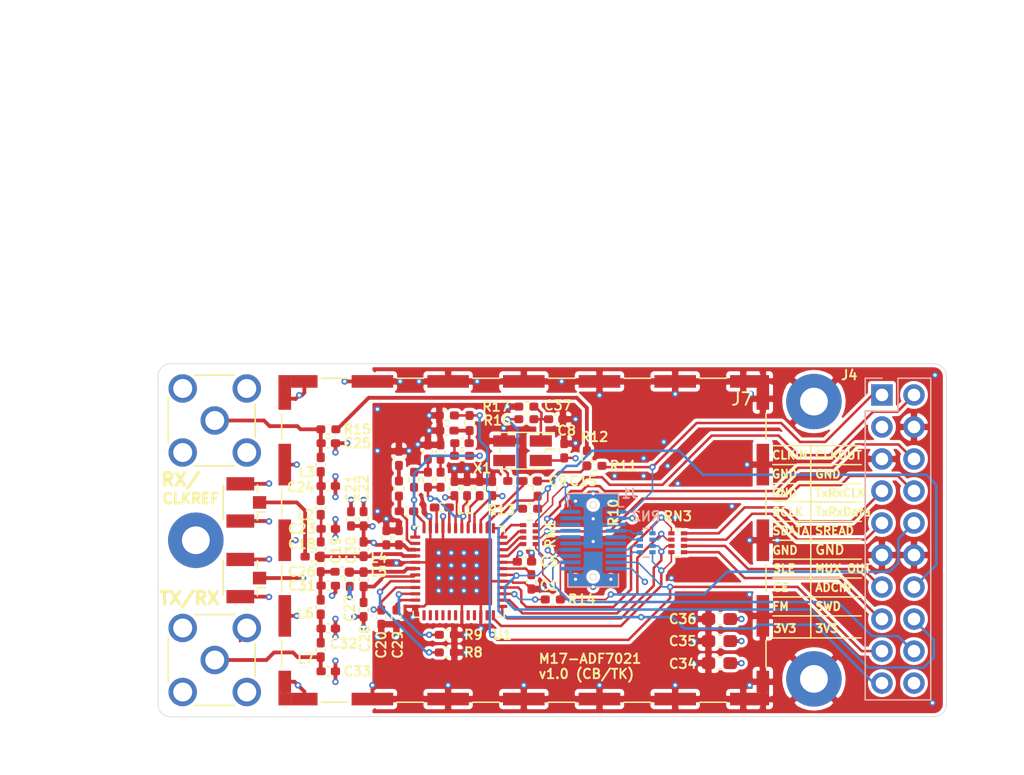
<source format=kicad_pcb>
(kicad_pcb (version 20171130) (host pcbnew 5.1.8)
  (layers (0 F.Cu signal) (1 In1.Cu power) (2 In2.Cu power) (31 B.Cu signal) (34 B.Paste user) (35 F.Paste user) (36 B.SilkS user) (37 F.SilkS user) (38 B.Mask user) (39 F.Mask user) (44 Edge.Cuts user))
  (net 0 "")
  (net 1 GND)
  (net 2 "Net-(C1-Pad1)")
  (net 3 +3V3)
  (net 4 /CREG1)
  (net 5 /CVCO)
  (net 6 "Net-(C9-Pad2)")
  (net 7 "Net-(C15-Pad2)")
  (net 8 /CPOUT)
  (net 9 "Net-(C11-Pad1)")
  (net 10 "Net-(C12-Pad1)")
  (net 11 "Net-(C13-Pad1)")
  (net 12 /CREG3)
  (net 13 CLK_IN)
  (net 14 "Net-(C16-Pad2)")
  (net 15 "Net-(C16-Pad1)")
  (net 16 /RFOUT)
  (net 17 "Net-(C18-Pad1)")
  (net 18 "Net-(C19-Pad1)")
  (net 19 "Net-(C24-Pad1)")
  (net 20 /RFIN)
  (net 21 "Net-(C27-Pad2)")
  (net 22 "Net-(C28-Pad1)")
  (net 23 /CREG4)
  (net 24 "Net-(C32-Pad1)")
  (net 25 ADCIN)
  (net 26 SWD)
  (net 27 MUXOUT)
  (net 28 SREAD)
  (net 29 TxRxData)
  (net 30 TxRxCLK)
  (net 31 CLKOUT)
  (net 32 "Net-(J1-Pad7)")
  (net 33 "Net-(J1-Pad4)")
  (net 34 FM_MOD)
  (net 35 "Net-(J4-Pad7)")
  (net 36 "Net-(L1-Pad2)")
  (net 37 "Net-(L1-Pad1)")
  (net 38 /VCOIN)
  (net 39 /R_LNA)
  (net 40 /RSET)
  (net 41 "Net-(R10-Pad1)")
  (net 42 "Net-(R13-Pad2)")
  (net 43 "Net-(R14-Pad2)")
  (net 44 CE)
  (net 45 SLE)
  (net 46 SDATA)
  (net 47 SCLK)
  (net 48 "Net-(RN1-Pad4)")
  (net 49 "Net-(RN1-Pad2)")
  (net 50 "Net-(RN1-Pad3)")
  (net 51 "Net-(RN1-Pad1)")
  (net 52 "Net-(J1-Pad8)")
  (net 53 "Net-(J1-Pad5)")
  (net 54 "Net-(J4-Pad13)")
  (net 55 "Net-(J4-Pad15)")
  (net 56 "Net-(J4-Pad9)")
  (net 57 "Net-(C25-Pad1)")
  (net 58 "Net-(C33-Pad1)")
  (net 59 "Net-(C26-Pad2)")
  (net 60 "Net-(C15-Pad1)")
  (net 61 CLK_SMA)
  (net 62 VCO_MOD)
  (net 63 "Net-(C37-Pad1)")
  (module Capacitor_SMD:C_0402_1005Metric_Pad0.74x0.62mm_HandSolder (layer F.Cu) (at 134.5325 47.4)
    (fp_text reference C37 (at 0.1675 -1.1) (layer F.SilkS) (effects (font (size 0.75 0.75))))
    (fp_text value 10n)
    (pad 2 smd roundrect (at 0.5675 0) (size 0.735 0.62) (layers F.Cu F.Paste F.Mask) (net 1 GND))
    (pad 1 smd roundrect (at -0.5675 0) (size 0.735 0.62) (layers F.Cu F.Paste F.Mask) (net 63 "Net-(C37-Pad1)"))
  )
  (module Resistor_SMD:R_0402_1005Metric_Pad0.72x0.64mm_HandSolder (layer F.Cu) (at 132.2 46.4)
    (fp_text reference R17 (at -2.4 0) (layer F.SilkS) (effects (font (size 0.75 0.75))))
    (fp_text value 0R)
    (pad 1 smd roundrect (at -0.5975 0) (size 0.715 0.64) (layers F.Cu F.Paste F.Mask) (net 1 GND))
    (pad 2 smd roundrect (at 0.5975 0) (size 0.715 0.64) (layers F.Cu F.Paste F.Mask) (net 63 "Net-(C37-Pad1)"))
  )
  (module Resistor_SMD:R_0402_1005Metric_Pad0.72x0.64mm_HandSolder (layer F.Cu) (at 132.2025 47.4 180)
    (fp_text reference R16 (at 2.3025 -0.1) (layer F.SilkS) (effects (font (size 0.75 0.75))))
    (fp_text value DNP)
    (pad 1 smd roundrect (at -0.5975 0 180) (size 0.715 0.64) (layers F.Cu F.Paste F.Mask) (net 63 "Net-(C37-Pad1)"))
    (pad 2 smd roundrect (at 0.5975 0 180) (size 0.715 0.64) (layers F.Cu F.Paste F.Mask) (net 62 VCO_MOD))
  )
  (module Resistor_SMD:R_0402_1005Metric_Pad0.72x0.64mm_HandSolder (layer F.Cu) (at 127.7 47.7 270)
    (fp_text reference R6 hide)
    (fp_text value 47k)
    (pad 2 smd roundrect (at 0.5975 0 270) (size 0.715 0.64) (layers F.Cu F.Paste F.Mask) (net 15 "Net-(C16-Pad1)"))
    (pad 1 smd roundrect (at -0.5975 0 270) (size 0.715 0.64) (layers F.Cu F.Paste F.Mask) (net 34 FM_MOD))
  )
  (module RF_Shielding:Laird_Technologies_BMI-S-205-F_38.10x25.40mm (layer F.Cu) (at 132 57)
    (fp_text reference J7 (at 17.3 -11.2) (layer F.SilkS))
    (fp_text value RFShield_OnePiece)
    (pad 1 smd rect (at -18.95 -12.6) (size 1 1) (layers F.Cu F.Paste F.Mask) (net 1 GND))
    (pad 1 smd rect (at 18.95 -12.6) (size 1 1) (layers F.Cu F.Paste F.Mask) (net 1 GND))
    (pad 1 smd rect (at 18.95 12.6) (size 1 1) (layers F.Cu F.Paste F.Mask) (net 1 GND))
    (pad 1 smd rect (at -18.95 12.6) (size 1 1) (layers F.Cu F.Paste F.Mask) (net 1 GND))
    (pad 1 smd rect (at -17.4 -12.6) (size 2.1 1) (layers F.Cu F.Paste F.Mask) (net 1 GND))
    (pad 1 smd rect (at -17.4 12.6) (size 2.1 1) (layers F.Cu F.Paste F.Mask) (net 1 GND))
    (pad 1 smd rect (at -12 -12.6) (size 3.3 1) (layers F.Cu F.Paste F.Mask) (net 1 GND))
    (pad 1 smd rect (at -12 12.6) (size 3.3 1) (layers F.Cu F.Paste F.Mask) (net 1 GND))
    (pad 1 smd rect (at -6 -12.6) (size 3.3 1) (layers F.Cu F.Paste F.Mask) (net 1 GND))
    (pad 1 smd rect (at -6 12.6) (size 3.3 1) (layers F.Cu F.Paste F.Mask) (net 1 GND))
    (pad 1 smd rect (at 0 -12.6) (size 3.3 1) (layers F.Cu F.Paste F.Mask) (net 1 GND))
    (pad 1 smd rect (at 0 12.6) (size 3.3 1) (layers F.Cu F.Paste F.Mask) (net 1 GND))
    (pad 1 smd rect (at 6 -12.6) (size 3.3 1) (layers F.Cu F.Paste F.Mask) (net 1 GND))
    (pad 1 smd rect (at 6 12.6) (size 3.3 1) (layers F.Cu F.Paste F.Mask) (net 1 GND))
    (pad 1 smd rect (at 12 -12.6) (size 3.3 1) (layers F.Cu F.Paste F.Mask) (net 1 GND))
    (pad 1 smd rect (at 12 12.6) (size 3.3 1) (layers F.Cu F.Paste F.Mask) (net 1 GND))
    (pad 1 smd rect (at 17.4 -12.6) (size 2.1 1) (layers F.Cu F.Paste F.Mask) (net 1 GND))
    (pad 1 smd rect (at 17.4 12.6) (size 2.1 1) (layers F.Cu F.Paste F.Mask) (net 1 GND))
    (pad 1 smd rect (at -18.95 -11.225) (size 1 1.75) (layers F.Cu F.Paste F.Mask) (net 1 GND))
    (pad 1 smd rect (at 18.95 -11.225) (size 1 1.75) (layers F.Cu F.Paste F.Mask) (net 1 GND))
    (pad 1 smd rect (at -18.95 -6) (size 1 3.3) (layers F.Cu F.Paste F.Mask) (net 1 GND))
    (pad 1 smd rect (at 18.95 -6) (size 1 3.3) (layers F.Cu F.Paste F.Mask) (net 1 GND))
    (pad 1 smd rect (at -18.95 0) (size 1 3.3) (layers F.Cu F.Paste F.Mask) (net 1 GND))
    (pad 1 smd rect (at 18.95 0) (size 1 3.3) (layers F.Cu F.Paste F.Mask) (net 1 GND))
    (pad 1 smd rect (at -18.95 6) (size 1 3.3) (layers F.Cu F.Paste F.Mask) (net 1 GND))
    (pad 1 smd rect (at 18.95 6) (size 1 3.3) (layers F.Cu F.Paste F.Mask) (net 1 GND))
    (pad 1 smd rect (at -18.95 11.225) (size 1 1.75) (layers F.Cu F.Paste F.Mask) (net 1 GND))
    (pad 1 smd rect (at 18.95 11.225) (size 1 1.75) (layers F.Cu F.Paste F.Mask) (net 1 GND))
  )
  (module Resistor_SMD:R_0402_1005Metric_Pad0.72x0.64mm_HandSolder (layer F.Cu) (at 116.5025 48.2)
    (fp_text reference R15 (at 2.2975 0) (layer F.SilkS) (effects (font (size 0.75 0.75))))
    (fp_text value DNP)
    (pad 2 smd roundrect (at 0.5975 0) (size 0.715 0.64) (layers F.Cu F.Paste F.Mask) (net 61 CLK_SMA))
    (pad 1 smd roundrect (at -0.5975 0) (size 0.715 0.64) (layers F.Cu F.Paste F.Mask) (net 57 "Net-(C25-Pad1)"))
  )
  (module Resistor_SMD:R_0402_1005Metric_Pad0.72x0.64mm_HandSolder (layer F.Cu) (at 137 50.5 270)
    (fp_text reference R12 (at -1.7 -0.6 180) (layer F.SilkS) (effects (font (size 0.75 0.75))))
    (fp_text value DNP)
    (pad 2 smd roundrect (at 0.5975 0 270) (size 0.715 0.64) (layers F.Cu F.Paste F.Mask) (net 60 "Net-(C15-Pad1)"))
    (pad 1 smd roundrect (at -0.5975 0 270) (size 0.715 0.64) (layers F.Cu F.Paste F.Mask) (net 61 CLK_SMA))
  )
  (module Resistor_SMD:R_0402_1005Metric_Pad0.72x0.64mm_HandSolder (layer F.Cu) (at 137.6 51.1)
    (fp_text reference R11 (at 2.3 0) (layer F.SilkS) (effects (font (size 0.75 0.75))))
    (fp_text value 0R)
    (pad 2 smd roundrect (at 0.5975 0) (size 0.715 0.64) (layers F.Cu F.Paste F.Mask) (net 13 CLK_IN))
    (pad 1 smd roundrect (at -0.5975 0) (size 0.715 0.64) (layers F.Cu F.Paste F.Mask) (net 60 "Net-(C15-Pad1)"))
  )
  (module Capacitor_SMD:C_0603_1608Metric_Pad1.08x0.95mm_HandSolder (layer F.Cu) (at 147.5 66.75 180)
    (fp_text reference C34 (at 2.9 -0.05) (layer F.SilkS) (effects (font (size 0.75 0.75))))
    (fp_text value 10u)
    (pad 1 smd roundrect (at -0.8625 0 180) (size 1.075 0.95) (layers F.Cu F.Paste F.Mask) (net 3 +3V3))
    (pad 2 smd roundrect (at 0.8625 0 180) (size 1.075 0.95) (layers F.Cu F.Paste F.Mask) (net 1 GND))
  )
  (module Capacitor_SMD:C_0603_1608Metric_Pad1.08x0.95mm_HandSolder (layer F.Cu) (at 147.5 63.25 180)
    (fp_text reference C36 (at 2.9 0) (layer F.SilkS) (effects (font (size 0.75 0.75))))
    (fp_text value 1u)
    (pad 1 smd roundrect (at -0.8625 0 180) (size 1.075 0.95) (layers F.Cu F.Paste F.Mask) (net 3 +3V3))
    (pad 2 smd roundrect (at 0.8625 0 180) (size 1.075 0.95) (layers F.Cu F.Paste F.Mask) (net 1 GND))
  )
  (module Capacitor_SMD:C_0603_1608Metric_Pad1.08x0.95mm_HandSolder (layer F.Cu) (at 147.5 65 180)
    (fp_text reference C35 (at 2.9 0) (layer F.SilkS) (effects (font (size 0.75 0.75))))
    (fp_text value 4.7u)
    (pad 1 smd roundrect (at -0.8625 0 180) (size 1.075 0.95) (layers F.Cu F.Paste F.Mask) (net 3 +3V3))
    (pad 2 smd roundrect (at 0.8625 0 180) (size 1.075 0.95) (layers F.Cu F.Paste F.Mask) (net 1 GND))
  )
  (module Capacitor_SMD:C_0402_1005Metric_Pad0.74x0.62mm_HandSolder (layer F.Cu) (at 118.2 60.1 270)
    (fp_text reference C27 (at 2.3 0 90) (layer F.SilkS) (effects (font (size 0.75 0.75))))
    (fp_text value 4.7p)
    (pad 2 smd roundrect (at 0.5675 0 270) (size 0.735 0.62) (layers F.Cu F.Paste F.Mask) (net 21 "Net-(C27-Pad2)"))
    (pad 1 smd roundrect (at -0.5675 0 270) (size 0.735 0.62) (layers F.Cu F.Paste F.Mask) (net 20 /RFIN))
  )
  (module Capacitor_SMD:C_0402_1005Metric_Pad0.74x0.62mm_HandSolder (layer F.Cu) (at 115.9 57.7 270)
    (fp_text reference C19 (at 0.1 -1.2 270) (layer F.SilkS) (effects (font (size 0.75 0.75))))
    (fp_text value 10p)
    (pad 2 smd roundrect (at 0.5675 0 270) (size 0.735 0.62) (layers F.Cu F.Paste F.Mask) (net 16 /RFOUT))
    (pad 1 smd roundrect (at -0.5675 0 270) (size 0.735 0.62) (layers F.Cu F.Paste F.Mask) (net 18 "Net-(C19-Pad1)"))
  )
  (module Oscillator:Oscillator_SMD_EuroQuartz_XO32-4Pin_3.2x2.5mm_HandSoldering (layer F.Cu) (at 131.9 49.9 180)
    (fp_text reference X1 (at 3.2 -1.4) (layer F.SilkS) (effects (font (size 0.75 0.75))))
    (fp_text value 12.288MHz)
    (pad 4 smd rect (at -1.45 -0.775 180) (size 1.75 0.9) (layers F.Cu F.Paste F.Mask) (net 3 +3V3))
    (pad 3 smd rect (at 1.45 -0.775 180) (size 1.75 0.9) (layers F.Cu F.Paste F.Mask) (net 6 "Net-(C9-Pad2)"))
    (pad 2 smd rect (at 1.45 0.775 180) (size 1.75 0.9) (layers F.Cu F.Paste F.Mask) (net 1 GND))
    (pad 1 smd rect (at -1.45 0.775 180) (size 1.75 0.9) (layers F.Cu F.Paste F.Mask) (net 63 "Net-(C37-Pad1)"))
  )
  (module Connector_Coaxial:U.FL_Hirose_U.FL-R-SMT-1_Vertical (layer F.Cu) (at 110 60 180)
    (fp_text reference J6 hide)
    (fp_text value Conn_Coaxial)
    (pad 2 smd rect (at 0.475 -1.475 180) (size 2.2 1.05) (layers F.Cu F.Paste F.Mask) (net 1 GND))
    (pad 1 smd rect (at -1.05 0 180) (size 1.05 1) (layers F.Cu F.Paste F.Mask) (net 21 "Net-(C27-Pad2)"))
    (pad 2 smd rect (at 0.475 1.475 180) (size 2.2 1.05) (layers F.Cu F.Paste F.Mask) (net 1 GND))
  )
  (module Connector_Coaxial:U.FL_Hirose_U.FL-R-SMT-1_Vertical (layer F.Cu) (at 110 54 180)
    (fp_text reference J5 hide)
    (fp_text value Conn_Coaxial)
    (pad 2 smd rect (at 0.475 -1.475 180) (size 2.2 1.05) (layers F.Cu F.Paste F.Mask) (net 1 GND))
    (pad 1 smd rect (at -1.05 0 180) (size 1.05 1) (layers F.Cu F.Paste F.Mask) (net 17 "Net-(C18-Pad1)"))
    (pad 2 smd rect (at 0.475 1.475 180) (size 2.2 1.05) (layers F.Cu F.Paste F.Mask) (net 1 GND))
  )
  (module Capacitor_SMD:C_0402_1005Metric_Pad0.74x0.62mm_HandSolder (layer F.Cu) (at 132.6 60.3 270)
    (fp_text reference C1 (at 0.3 -1.4 180) (layer F.SilkS) (effects (font (size 0.75 0.75))))
    (fp_text value 100n)
    (pad 2 smd roundrect (at 0.5675 0 270) (size 0.735 0.62) (layers F.Cu F.Paste F.Mask) (net 1 GND))
    (pad 1 smd roundrect (at -0.5675 0 270) (size 0.735 0.62) (layers F.Cu F.Paste F.Mask) (net 2 "Net-(C1-Pad1)"))
  )
  (module Resistor_SMD:R_Array_Concave_4x0402 (layer F.Cu) (at 144.2 57.2)
    (fp_text reference RN3 (at 0 -2.1) (layer F.SilkS) (effects (font (size 0.75 0.75))))
    (fp_text value 22)
    (pad 1 smd rect (at -0.5 -0.75) (size 0.5 0.32) (layers F.Cu F.Paste F.Mask) (net 47 SCLK))
    (pad 3 smd rect (at -0.5 0.25) (size 0.5 0.32) (layers F.Cu F.Paste F.Mask) (net 45 SLE))
    (pad 2 smd rect (at -0.5 -0.25) (size 0.5 0.32) (layers F.Cu F.Paste F.Mask) (net 46 SDATA))
    (pad 4 smd rect (at -0.5 0.75) (size 0.5 0.32) (layers F.Cu F.Paste F.Mask) (net 44 CE))
    (pad 7 smd rect (at 0.5 -0.25) (size 0.5 0.32) (layers F.Cu F.Paste F.Mask) (net 56 "Net-(J4-Pad9)"))
    (pad 8 smd rect (at 0.5 -0.75) (size 0.5 0.32) (layers F.Cu F.Paste F.Mask) (net 35 "Net-(J4-Pad7)"))
    (pad 6 smd rect (at 0.5 0.25) (size 0.5 0.32) (layers F.Cu F.Paste F.Mask) (net 54 "Net-(J4-Pad13)"))
    (pad 5 smd rect (at 0.5 0.75) (size 0.5 0.32) (layers F.Cu F.Paste F.Mask) (net 55 "Net-(J4-Pad15)"))
  )
  (module Resistor_SMD:R_Array_Concave_4x0402 (layer B.Cu) (at 141.7 57.2 180)
    (fp_text reference RN2 (at 0 2.1) (layer B.SilkS) (effects (font (size 0.75 0.75)) (justify mirror)))
    (fp_text value 22)
    (pad 1 smd rect (at -0.5 0.75 180) (size 0.5 0.32) (layers B.Cu B.Paste B.Mask) (net 47 SCLK))
    (pad 3 smd rect (at -0.5 -0.25 180) (size 0.5 0.32) (layers B.Cu B.Paste B.Mask) (net 45 SLE))
    (pad 2 smd rect (at -0.5 0.25 180) (size 0.5 0.32) (layers B.Cu B.Paste B.Mask) (net 46 SDATA))
    (pad 4 smd rect (at -0.5 -0.75 180) (size 0.5 0.32) (layers B.Cu B.Paste B.Mask) (net 44 CE))
    (pad 7 smd rect (at 0.5 0.25 180) (size 0.5 0.32) (layers B.Cu B.Paste B.Mask) (net 53 "Net-(J1-Pad5)"))
    (pad 8 smd rect (at 0.5 0.75 180) (size 0.5 0.32) (layers B.Cu B.Paste B.Mask) (net 33 "Net-(J1-Pad4)"))
    (pad 6 smd rect (at 0.5 -0.25 180) (size 0.5 0.32) (layers B.Cu B.Paste B.Mask) (net 32 "Net-(J1-Pad7)"))
    (pad 5 smd rect (at 0.5 -0.75 180) (size 0.5 0.32) (layers B.Cu B.Paste B.Mask) (net 52 "Net-(J1-Pad8)"))
  )
  (module Resistor_SMD:R_Array_Concave_4x0402 (layer F.Cu) (at 132.45 56.55)
    (fp_text reference RN1 (at 1.65 -0.05 90) (layer F.SilkS) (effects (font (size 0.75 0.75))))
    (fp_text value 22)
    (pad 5 smd rect (at 0.5 0.75) (size 0.5 0.32) (layers F.Cu F.Paste F.Mask) (net 26 SWD))
    (pad 6 smd rect (at 0.5 0.25) (size 0.5 0.32) (layers F.Cu F.Paste F.Mask) (net 29 TxRxData))
    (pad 8 smd rect (at 0.5 -0.75) (size 0.5 0.32) (layers F.Cu F.Paste F.Mask) (net 31 CLKOUT))
    (pad 7 smd rect (at 0.5 -0.25) (size 0.5 0.32) (layers F.Cu F.Paste F.Mask) (net 30 TxRxCLK))
    (pad 4 smd rect (at -0.5 0.75) (size 0.5 0.32) (layers F.Cu F.Paste F.Mask) (net 48 "Net-(RN1-Pad4)"))
    (pad 2 smd rect (at -0.5 -0.25) (size 0.5 0.32) (layers F.Cu F.Paste F.Mask) (net 49 "Net-(RN1-Pad2)"))
    (pad 3 smd rect (at -0.5 0.25) (size 0.5 0.32) (layers F.Cu F.Paste F.Mask) (net 50 "Net-(RN1-Pad3)"))
    (pad 1 smd rect (at -0.5 -0.75) (size 0.5 0.32) (layers F.Cu F.Paste F.Mask) (net 51 "Net-(RN1-Pad1)"))
  )
  (module MountingHole:MountingHole_2.2mm_M2_Pad_TopBottom (layer F.Cu) (at 106 57 180)
    (fp_text reference H3 hide)
    (fp_text value MountingHole_Pad)
    (pad 1 thru_hole circle (at 0 0 180) (size 2.6 2.6) (drill 2.2) (layers *.Cu *.Mask) (net 1 GND))
    (pad 1 connect circle (at 0 0 180) (size 4.4 4.4) (layers F.Cu F.Mask) (net 1 GND))
    (pad 1 connect circle (at 0 0 180) (size 4.4 4.4) (layers B.Cu B.Mask) (net 1 GND))
  )
  (module MountingHole:MountingHole_2.2mm_M2_Pad_TopBottom (layer F.Cu) (at 155 68 180)
    (fp_text reference H2 hide)
    (fp_text value MountingHole_Pad)
    (pad 1 connect circle (at 0 0 180) (size 4.4 4.4) (layers B.Cu B.Mask) (net 1 GND))
    (pad 1 connect circle (at 0 0 180) (size 4.4 4.4) (layers F.Cu F.Mask) (net 1 GND))
    (pad 1 thru_hole circle (at 0 0 180) (size 2.6 2.6) (drill 2.2) (layers *.Cu *.Mask) (net 1 GND))
  )
  (module MountingHole:MountingHole_2.2mm_M2_Pad_TopBottom (layer F.Cu) (at 155 46 180)
    (fp_text reference H1 hide)
    (fp_text value MountingHole_Pad)
    (pad 1 connect circle (at 0 0 180) (size 4.4 4.4) (layers B.Cu B.Mask) (net 1 GND))
    (pad 1 connect circle (at 0 0 180) (size 4.4 4.4) (layers F.Cu F.Mask) (net 1 GND))
    (pad 1 thru_hole circle (at 0 0 180) (size 2.6 2.6) (drill 2.2) (layers *.Cu *.Mask) (net 1 GND))
  )
  (module Capacitor_SMD:C_0402_1005Metric_Pad0.74x0.62mm_HandSolder (layer F.Cu) (at 119.3 62.5 270)
    (fp_text reference C28 (at 2.3 -0.1 90) (layer F.SilkS) (effects (font (size 0.75 0.75))))
    (fp_text value 6.8p)
    (pad 2 smd roundrect (at 0.5675 0 270) (size 0.735 0.62) (layers F.Cu F.Paste F.Mask) (net 1 GND))
    (pad 1 smd roundrect (at -0.5675 0 270) (size 0.735 0.62) (layers F.Cu F.Paste F.Mask) (net 22 "Net-(C28-Pad1)"))
  )
  (module Package_DFN_QFN:QFN-48-1EP_7x7mm_P0.5mm_EP5.3x5.3mm (layer F.Cu) (at 126.84 59.5)
    (fp_text reference U1 (at 3.46 5) (layer F.SilkS) (effects (font (size 0.75 0.75))))
    (fp_text value ADF7021)
    (pad 49 smd rect (at 0 0) (size 5.3 5.3) (layers F.Cu F.Mask) (net 1 GND))
    (pad 48 smd roundrect (at -2.75 -3.45) (size 0.25 0.8) (layers F.Cu F.Paste F.Mask) (net 5 /CVCO))
    (pad 47 smd roundrect (at -2.25 -3.45) (size 0.25 0.8) (layers F.Cu F.Paste F.Mask) (net 1 GND))
    (pad 46 smd roundrect (at -1.75 -3.45) (size 0.25 0.8) (layers F.Cu F.Paste F.Mask) (net 37 "Net-(L1-Pad1)"))
    (pad 45 smd roundrect (at -1.25 -3.45) (size 0.25 0.8) (layers F.Cu F.Paste F.Mask) (net 1 GND))
    (pad 44 smd roundrect (at -0.75 -3.45) (size 0.25 0.8) (layers F.Cu F.Paste F.Mask) (net 36 "Net-(L1-Pad2)"))
    (pad 43 smd roundrect (at -0.25 -3.45) (size 0.25 0.8) (layers F.Cu F.Paste F.Mask) (net 3 +3V3))
    (pad 42 smd roundrect (at 0.25 -3.45) (size 0.25 0.8) (layers F.Cu F.Paste F.Mask) (net 8 /CPOUT))
    (pad 41 smd roundrect (at 0.75 -3.45) (size 0.25 0.8) (layers F.Cu F.Paste F.Mask) (net 12 /CREG3))
    (pad 40 smd roundrect (at 1.25 -3.45) (size 0.25 0.8) (layers F.Cu F.Paste F.Mask) (net 3 +3V3))
    (pad 39 smd roundrect (at 1.75 -3.45) (size 0.25 0.8) (layers F.Cu F.Paste F.Mask) (net 7 "Net-(C15-Pad2)"))
    (pad 38 smd roundrect (at 2.25 -3.45) (size 0.25 0.8) (layers F.Cu F.Paste F.Mask) (net 41 "Net-(R10-Pad1)"))
    (pad 37 smd roundrect (at 2.75 -3.45) (size 0.25 0.8) (layers F.Cu F.Paste F.Mask) (net 42 "Net-(R13-Pad2)"))
    (pad 36 smd roundrect (at 3.45 -2.75) (size 0.8 0.25) (layers F.Cu F.Paste F.Mask) (net 51 "Net-(RN1-Pad1)"))
    (pad 35 smd roundrect (at 3.45 -2.25) (size 0.8 0.25) (layers F.Cu F.Paste F.Mask) (net 49 "Net-(RN1-Pad2)"))
    (pad 34 smd roundrect (at 3.45 -1.75) (size 0.8 0.25) (layers F.Cu F.Paste F.Mask) (net 50 "Net-(RN1-Pad3)"))
    (pad 33 smd roundrect (at 3.45 -1.25) (size 0.8 0.25) (layers F.Cu F.Paste F.Mask) (net 48 "Net-(RN1-Pad4)"))
    (pad 32 smd roundrect (at 3.45 -0.75) (size 0.8 0.25) (layers F.Cu F.Paste F.Mask) (net 3 +3V3))
    (pad 31 smd roundrect (at 3.45 -0.25) (size 0.8 0.25) (layers F.Cu F.Paste F.Mask) (net 2 "Net-(C1-Pad1)"))
    (pad 30 smd roundrect (at 3.45 0.25) (size 0.8 0.25) (layers F.Cu F.Paste F.Mask) (net 25 ADCIN))
    (pad 29 smd roundrect (at 3.45 0.75) (size 0.8 0.25) (layers F.Cu F.Paste F.Mask) (net 1 GND))
    (pad 28 smd roundrect (at 3.45 1.25) (size 0.8 0.25) (layers F.Cu F.Paste F.Mask) (net 47 SCLK))
    (pad 27 smd roundrect (at 3.45 1.75) (size 0.8 0.25) (layers F.Cu F.Paste F.Mask) (net 43 "Net-(R14-Pad2)"))
    (pad 26 smd roundrect (at 3.45 2.25) (size 0.8 0.25) (layers F.Cu F.Paste F.Mask) (net 46 SDATA))
    (pad 25 smd roundrect (at 3.45 2.75) (size 0.8 0.25) (layers F.Cu F.Paste F.Mask) (net 45 SLE))
    (pad 24 smd roundrect (at 2.75 3.45) (size 0.25 0.8) (layers F.Cu F.Paste F.Mask) (net 44 CE))
    (pad 23 smd roundrect (at 2.25 3.45) (size 0.25 0.8) (layers F.Cu F.Paste F.Mask))
    (pad 22 smd roundrect (at 1.75 3.45) (size 0.25 0.8) (layers F.Cu F.Paste F.Mask) (net 1 GND))
    (pad 21 smd roundrect (at 1.25 3.45) (size 0.25 0.8) (layers F.Cu F.Paste F.Mask))
    (pad 20 smd roundrect (at 0.75 3.45) (size 0.25 0.8) (layers F.Cu F.Paste F.Mask))
    (pad 19 smd roundrect (at 0.25 3.45) (size 0.25 0.8) (layers F.Cu F.Paste F.Mask) (net 1 GND))
    (pad 18 smd roundrect (at -0.25 3.45) (size 0.25 0.8) (layers F.Cu F.Paste F.Mask))
    (pad 17 smd roundrect (at -0.75 3.45) (size 0.25 0.8) (layers F.Cu F.Paste F.Mask))
    (pad 16 smd roundrect (at -1.25 3.45) (size 0.25 0.8) (layers F.Cu F.Paste F.Mask))
    (pad 15 smd roundrect (at -1.75 3.45) (size 0.25 0.8) (layers F.Cu F.Paste F.Mask))
    (pad 14 smd roundrect (at -2.25 3.45) (size 0.25 0.8) (layers F.Cu F.Paste F.Mask))
    (pad 13 smd roundrect (at -2.75 3.45) (size 0.25 0.8) (layers F.Cu F.Paste F.Mask))
    (pad 12 smd roundrect (at -3.45 2.75) (size 0.8 0.25) (layers F.Cu F.Paste F.Mask) (net 1 GND))
    (pad 11 smd roundrect (at -3.45 2.25) (size 0.8 0.25) (layers F.Cu F.Paste F.Mask) (net 23 /CREG4))
    (pad 10 smd roundrect (at -3.45 1.75) (size 0.8 0.25) (layers F.Cu F.Paste F.Mask) (net 40 /RSET))
    (pad 9 smd roundrect (at -3.45 1.25) (size 0.8 0.25) (layers F.Cu F.Paste F.Mask) (net 3 +3V3))
    (pad 8 smd roundrect (at -3.45 0.75) (size 0.8 0.25) (layers F.Cu F.Paste F.Mask) (net 39 /R_LNA))
    (pad 7 smd roundrect (at -3.45 0.25) (size 0.8 0.25) (layers F.Cu F.Paste F.Mask) (net 22 "Net-(C28-Pad1)"))
    (pad 6 smd roundrect (at -3.45 -0.25) (size 0.8 0.25) (layers F.Cu F.Paste F.Mask) (net 20 /RFIN))
    (pad 5 smd roundrect (at -3.45 -0.75) (size 0.8 0.25) (layers F.Cu F.Paste F.Mask) (net 1 GND))
    (pad 4 smd roundrect (at -3.45 -1.25) (size 0.8 0.25) (layers F.Cu F.Paste F.Mask) (net 16 /RFOUT))
    (pad 3 smd roundrect (at -3.45 -1.75) (size 0.8 0.25) (layers F.Cu F.Paste F.Mask) (net 3 +3V3))
    (pad 2 smd roundrect (at -3.45 -2.25) (size 0.8 0.25) (layers F.Cu F.Paste F.Mask) (net 4 /CREG1))
    (pad 1 smd roundrect (at -3.45 -2.75) (size 0.8 0.25) (layers F.Cu F.Paste F.Mask) (net 38 /VCOIN))
  )
  (module Resistor_SMD:R_0402_1005Metric_Pad0.72x0.64mm_HandSolder (layer F.Cu) (at 134.3 61.7 180)
    (fp_text reference R14 (at -2.3 0) (layer F.SilkS) (effects (font (size 0.75 0.75))))
    (fp_text value 22)
    (pad 2 smd roundrect (at 0.5975 0 180) (size 0.715 0.64) (layers F.Cu F.Paste F.Mask) (net 43 "Net-(R14-Pad2)"))
    (pad 1 smd roundrect (at -0.5975 0 180) (size 0.715 0.64) (layers F.Cu F.Paste F.Mask) (net 28 SREAD))
  )
  (module Resistor_SMD:R_0402_1005Metric_Pad0.72x0.64mm_HandSolder (layer F.Cu) (at 132.5 54.5 180)
    (fp_text reference R13 (at 2.3 -0.1) (layer F.SilkS) (effects (font (size 0.75 0.75))))
    (fp_text value 22)
    (pad 2 smd roundrect (at 0.5975 0 180) (size 0.715 0.64) (layers F.Cu F.Paste F.Mask) (net 42 "Net-(R13-Pad2)"))
    (pad 1 smd roundrect (at -0.5975 0 180) (size 0.715 0.64) (layers F.Cu F.Paste F.Mask) (net 27 MUXOUT))
  )
  (module Resistor_SMD:R_0402_1005Metric_Pad0.72x0.64mm_HandSolder (layer F.Cu) (at 133.1 52.9 90)
    (fp_text reference R10 (at -1.9 6 90) (layer F.SilkS) (effects (font (size 0.75 0.75))))
    (fp_text value 0)
    (pad 2 smd roundrect (at 0.5975 0 90) (size 0.715 0.64) (layers F.Cu F.Paste F.Mask) (net 60 "Net-(C15-Pad1)"))
    (pad 1 smd roundrect (at -0.5975 0 90) (size 0.715 0.64) (layers F.Cu F.Paste F.Mask) (net 41 "Net-(R10-Pad1)"))
  )
  (module Resistor_SMD:R_0402_1005Metric_Pad0.72x0.64mm_HandSolder (layer F.Cu) (at 125.9 64.5)
    (fp_text reference R9 (at 2.1 0) (layer F.SilkS) (effects (font (size 0.75 0.75))))
    (fp_text value 3.6k)
    (pad 2 smd roundrect (at 0.5975 0) (size 0.715 0.64) (layers F.Cu F.Paste F.Mask) (net 1 GND))
    (pad 1 smd roundrect (at -0.5975 0) (size 0.715 0.64) (layers F.Cu F.Paste F.Mask) (net 40 /RSET))
  )
  (module Resistor_SMD:R_0402_1005Metric_Pad0.72x0.64mm_HandSolder (layer F.Cu) (at 125.9 65.9)
    (fp_text reference R8 (at 2.1 0) (layer F.SilkS) (effects (font (size 0.75 0.75))))
    (fp_text value 1.1k)
    (pad 2 smd roundrect (at 0.5975 0) (size 0.715 0.64) (layers F.Cu F.Paste F.Mask) (net 1 GND))
    (pad 1 smd roundrect (at -0.5975 0) (size 0.715 0.64) (layers F.Cu F.Paste F.Mask) (net 39 /R_LNA))
  )
  (module Resistor_SMD:R_0402_1005Metric_Pad0.72x0.64mm_HandSolder (layer F.Cu) (at 125.9 47.1)
    (fp_text reference R7 hide)
    (fp_text value 22k)
    (pad 2 smd roundrect (at 0.5975 0) (size 0.715 0.64) (layers F.Cu F.Paste F.Mask) (net 34 FM_MOD))
    (pad 1 smd roundrect (at -0.5975 0) (size 0.715 0.64) (layers F.Cu F.Paste F.Mask) (net 1 GND))
  )
  (module Resistor_SMD:R_0402_1005Metric_Pad0.72x0.64mm_HandSolder (layer F.Cu) (at 127.1 50.3)
    (fp_text reference R5 hide)
    (fp_text value 47k)
    (pad 2 smd roundrect (at 0.5975 0) (size 0.715 0.64) (layers F.Cu F.Paste F.Mask) (net 38 /VCOIN))
    (pad 1 smd roundrect (at -0.5975 0) (size 0.715 0.64) (layers F.Cu F.Paste F.Mask) (net 14 "Net-(C16-Pad2)"))
  )
  (module Resistor_SMD:R_0402_1005Metric_Pad0.72x0.64mm_HandSolder (layer F.Cu) (at 123.3 52.2025 90)
    (fp_text reference R4 hide)
    (fp_text value 100)
    (pad 2 smd roundrect (at 0.5975 0 90) (size 0.715 0.64) (layers F.Cu F.Paste F.Mask) (net 10 "Net-(C12-Pad1)"))
    (pad 1 smd roundrect (at -0.5975 0 90) (size 0.715 0.64) (layers F.Cu F.Paste F.Mask) (net 38 /VCOIN))
  )
  (module Resistor_SMD:R_0402_1005Metric_Pad0.72x0.64mm_HandSolder (layer F.Cu) (at 122.1 52.9 90)
    (fp_text reference R3 hide)
    (fp_text value 2R)
    (pad 2 smd roundrect (at 0.5975 0 90) (size 0.715 0.64) (layers F.Cu F.Paste F.Mask) (net 11 "Net-(C13-Pad1)"))
    (pad 1 smd roundrect (at -0.5975 0 90) (size 0.715 0.64) (layers F.Cu F.Paste F.Mask) (net 4 /CREG1))
  )
  (module Resistor_SMD:R_0402_1005Metric_Pad0.72x0.64mm_HandSolder (layer F.Cu) (at 124.4 52.2025 90)
    (fp_text reference R2 hide)
    (fp_text value 560)
    (pad 2 smd roundrect (at 0.5975 0 90) (size 0.715 0.64) (layers F.Cu F.Paste F.Mask) (net 10 "Net-(C12-Pad1)"))
    (pad 1 smd roundrect (at -0.5975 0 90) (size 0.715 0.64) (layers F.Cu F.Paste F.Mask) (net 8 /CPOUT))
  )
  (module Resistor_SMD:R_0402_1005Metric_Pad0.72x0.64mm_HandSolder (layer F.Cu) (at 125.4 52.2 90)
    (fp_text reference R1 hide)
    (fp_text value 270)
    (pad 2 smd roundrect (at 0.5975 0 90) (size 0.715 0.64) (layers F.Cu F.Paste F.Mask) (net 9 "Net-(C11-Pad1)"))
    (pad 1 smd roundrect (at -0.5975 0 90) (size 0.715 0.64) (layers F.Cu F.Paste F.Mask) (net 8 /CPOUT))
  )
  (module Inductor_SMD:L_0402_1005Metric_Pad0.77x0.64mm_HandSolder (layer F.Cu) (at 115.9 65.7 90)
    (fp_text reference L7 (at -0.7 -1.2 180) (layer F.SilkS) (effects (font (size 0.75 0.75))))
    (fp_text value 22n)
    (pad 2 smd roundrect (at 0.5725 0 90) (size 0.765 0.64) (layers F.Cu F.Paste F.Mask) (net 24 "Net-(C32-Pad1)"))
    (pad 1 smd roundrect (at -0.5725 0 90) (size 0.765 0.64) (layers F.Cu F.Paste F.Mask) (net 58 "Net-(C33-Pad1)"))
  )
  (module Inductor_SMD:L_0402_1005Metric_Pad0.77x0.64mm_HandSolder (layer F.Cu) (at 115.9 62.3 90)
    (fp_text reference L6 (at -0.5 -1.2 180) (layer F.SilkS) (effects (font (size 0.75 0.75))))
    (fp_text value 20n)
    (pad 2 smd roundrect (at 0.5725 0 90) (size 0.765 0.64) (layers F.Cu F.Paste F.Mask) (net 59 "Net-(C26-Pad2)"))
    (pad 1 smd roundrect (at -0.5725 0 90) (size 0.765 0.64) (layers F.Cu F.Paste F.Mask) (net 24 "Net-(C32-Pad1)"))
  )
  (module Inductor_SMD:L_0402_1005Metric_Pad0.77x0.64mm_HandSolder (layer F.Cu) (at 119.3 60.1 90)
    (fp_text reference L5 (at 0.6 1.2 180) (layer F.SilkS) (effects (font (size 0.75 0.75))))
    (fp_text value 27n)
    (pad 2 smd roundrect (at 0.5725 0 90) (size 0.765 0.64) (layers F.Cu F.Paste F.Mask) (net 20 /RFIN))
    (pad 1 smd roundrect (at -0.5725 0 90) (size 0.765 0.64) (layers F.Cu F.Paste F.Mask) (net 22 "Net-(C28-Pad1)"))
  )
  (module Inductor_SMD:L_0402_1005Metric_Pad0.77x0.64mm_HandSolder (layer F.Cu) (at 119.3 57.7 270)
    (fp_text reference L4 (at 0.7 -1.2 180) (layer F.SilkS) (effects (font (size 0.75 0.75))))
    (fp_text value 13n)
    (pad 2 smd roundrect (at 0.5725 0 270) (size 0.765 0.64) (layers F.Cu F.Paste F.Mask) (net 16 /RFOUT))
    (pad 1 smd roundrect (at -0.5725 0 270) (size 0.765 0.64) (layers F.Cu F.Paste F.Mask) (net 3 +3V3))
  )
  (module Inductor_SMD:L_0402_1005Metric_Pad0.77x0.64mm_HandSolder (layer F.Cu) (at 115.9 51 270)
    (fp_text reference L3 (at 0.6 1.1 180) (layer F.SilkS) (effects (font (size 0.75 0.75))))
    (fp_text value 22n)
    (pad 2 smd roundrect (at 0.5725 0 270) (size 0.765 0.64) (layers F.Cu F.Paste F.Mask) (net 19 "Net-(C24-Pad1)"))
    (pad 1 smd roundrect (at -0.5725 0 270) (size 0.765 0.64) (layers F.Cu F.Paste F.Mask) (net 57 "Net-(C25-Pad1)"))
  )
  (module Inductor_SMD:L_0402_1005Metric_Pad0.77x0.64mm_HandSolder (layer F.Cu) (at 115.9 54.4 270)
    (fp_text reference L2 (at 0.6 1.2 180) (layer F.SilkS) (effects (font (size 0.75 0.75))))
    (fp_text value 20n)
    (pad 2 smd roundrect (at 0.5725 0 270) (size 0.765 0.64) (layers F.Cu F.Paste F.Mask) (net 18 "Net-(C19-Pad1)"))
    (pad 1 smd roundrect (at -0.5725 0 270) (size 0.765 0.64) (layers F.Cu F.Paste F.Mask) (net 19 "Net-(C24-Pad1)"))
  )
  (module Inductor_SMD:L_0402_1005Metric_Pad0.77x0.64mm_HandSolder (layer F.Cu) (at 125.5 54.4)
    (fp_text reference L1 (at 1.8 0.1) (layer F.SilkS) (effects (font (size 0.75 0.75))))
    (fp_text value DNP)
    (pad 2 smd roundrect (at 0.5725 0) (size 0.765 0.64) (layers F.Cu F.Paste F.Mask) (net 36 "Net-(L1-Pad2)"))
    (pad 1 smd roundrect (at -0.5725 0) (size 0.765 0.64) (layers F.Cu F.Paste F.Mask) (net 37 "Net-(L1-Pad1)"))
  )
  (module Connector_PinSocket_2.54mm:PinSocket_2x10_P2.54mm_Vertical (layer B.Cu) (at 160.392 45.474 180)
    (fp_text reference J4 (at 2.592 1.574) (layer F.SilkS) (effects (font (size 0.75 0.75))))
    (fp_text value Conn_goldpin)
    (pad 1 thru_hole rect (at 0 0 180) (size 1.7 1.7) (drill 1) (layers *.Cu *.Mask) (net 13 CLK_IN))
    (pad 2 thru_hole oval (at -2.54 0 180) (size 1.7 1.7) (drill 1) (layers *.Cu *.Mask) (net 31 CLKOUT))
    (pad 3 thru_hole oval (at 0 -2.54 180) (size 1.7 1.7) (drill 1) (layers *.Cu *.Mask) (net 3 +3V3))
    (pad 4 thru_hole oval (at -2.54 -2.54 180) (size 1.7 1.7) (drill 1) (layers *.Cu *.Mask) (net 1 GND))
    (pad 5 thru_hole oval (at 0 -5.08 180) (size 1.7 1.7) (drill 1) (layers *.Cu *.Mask) (net 1 GND))
    (pad 6 thru_hole oval (at -2.54 -5.08 180) (size 1.7 1.7) (drill 1) (layers *.Cu *.Mask) (net 30 TxRxCLK))
    (pad 7 thru_hole oval (at 0 -7.62 180) (size 1.7 1.7) (drill 1) (layers *.Cu *.Mask) (net 35 "Net-(J4-Pad7)"))
    (pad 8 thru_hole oval (at -2.54 -7.62 180) (size 1.7 1.7) (drill 1) (layers *.Cu *.Mask) (net 29 TxRxData))
    (pad 9 thru_hole oval (at 0 -10.16 180) (size 1.7 1.7) (drill 1) (layers *.Cu *.Mask) (net 56 "Net-(J4-Pad9)"))
    (pad 10 thru_hole oval (at -2.54 -10.16 180) (size 1.7 1.7) (drill 1) (layers *.Cu *.Mask) (net 28 SREAD))
    (pad 11 thru_hole oval (at 0 -12.7 180) (size 1.7 1.7) (drill 1) (layers *.Cu *.Mask) (net 1 GND))
    (pad 12 thru_hole oval (at -2.54 -12.7 180) (size 1.7 1.7) (drill 1) (layers *.Cu *.Mask) (net 1 GND))
    (pad 13 thru_hole oval (at 0 -15.24 180) (size 1.7 1.7) (drill 1) (layers *.Cu *.Mask) (net 54 "Net-(J4-Pad13)"))
    (pad 14 thru_hole oval (at -2.54 -15.24 180) (size 1.7 1.7) (drill 1) (layers *.Cu *.Mask) (net 27 MUXOUT))
    (pad 15 thru_hole oval (at 0 -17.78 180) (size 1.7 1.7) (drill 1) (layers *.Cu *.Mask) (net 55 "Net-(J4-Pad15)"))
    (pad 16 thru_hole oval (at -2.54 -17.78 180) (size 1.7 1.7) (drill 1) (layers *.Cu *.Mask) (net 25 ADCIN))
    (pad 17 thru_hole oval (at 0 -20.32 180) (size 1.7 1.7) (drill 1) (layers *.Cu *.Mask) (net 34 FM_MOD))
    (pad 18 thru_hole oval (at -2.54 -20.32 180) (size 1.7 1.7) (drill 1) (layers *.Cu *.Mask) (net 26 SWD))
    (pad 19 thru_hole oval (at 0 -22.86 180) (size 1.7 1.7) (drill 1) (layers *.Cu *.Mask) (net 62 VCO_MOD))
    (pad 20 thru_hole oval (at -2.54 -22.86 180) (size 1.7 1.7) (drill 1) (layers *.Cu *.Mask) (net 3 +3V3))
  )
  (module Connector_Coaxial:SMA_Molex_73251-2200_Horizontal (layer F.Cu) (at 107.5 66.5 90)
    (fp_text reference J3 hide)
    (fp_text value Conn_Coaxial)
    (pad 2 thru_hole circle (at -2.54 2.54 90) (size 2.25 2.25) (drill 1.5) (layers *.Cu *.Mask) (net 1 GND))
    (pad 2 thru_hole circle (at -2.54 -2.54 90) (size 2.25 2.25) (drill 1.5) (layers *.Cu *.Mask) (net 1 GND))
    (pad 2 thru_hole circle (at 2.54 -2.54 90) (size 2.25 2.25) (drill 1.5) (layers *.Cu *.Mask) (net 1 GND))
    (pad 2 thru_hole circle (at 2.54 2.54 180) (size 2.25 2.25) (drill 1.5) (layers *.Cu *.Mask) (net 1 GND))
    (pad 1 thru_hole circle (at 0 0 90) (size 2.25 2.25) (drill 1.5) (layers *.Cu *.Mask) (net 58 "Net-(C33-Pad1)"))
  )
  (module Connector_Coaxial:SMA_Molex_73251-2200_Horizontal (layer F.Cu) (at 107.5 47.5 90)
    (fp_text reference J2 hide)
    (fp_text value Conn_Coaxial)
    (pad 2 thru_hole circle (at -2.54 2.54 90) (size 2.25 2.25) (drill 1.5) (layers *.Cu *.Mask) (net 1 GND))
    (pad 2 thru_hole circle (at -2.54 -2.54 90) (size 2.25 2.25) (drill 1.5) (layers *.Cu *.Mask) (net 1 GND))
    (pad 2 thru_hole circle (at 2.54 -2.54 90) (size 2.25 2.25) (drill 1.5) (layers *.Cu *.Mask) (net 1 GND))
    (pad 2 thru_hole circle (at 2.54 2.54 180) (size 2.25 2.25) (drill 1.5) (layers *.Cu *.Mask) (net 1 GND))
    (pad 1 thru_hole circle (at 0 0 90) (size 2.25 2.25) (drill 1.5) (layers *.Cu *.Mask) (net 57 "Net-(C25-Pad1)"))
  )
  (module Connector_Hirose:Hirose_DF12_DF12E3.0-20DP-0.5V_2x10_P0.50mm_Vertical (layer B.Cu) (at 137.5 57 270)
    (fp_text reference J1 (at -3.7 -2.9) (layer B.SilkS) (effects (font (size 0.75 0.75)) (justify mirror)))
    (fp_text value Conn_Board2Board)
    (pad 1 smd rect (at -2.25 -1.8 270) (size 0.3 1.6) (layers B.Cu B.Mask) (net 13 CLK_IN))
    (pad 2 smd rect (at -1.75 -1.8 270) (size 0.3 1.6) (layers B.Cu B.Mask) (net 3 +3V3))
    (pad 3 smd rect (at -1.25 -1.8 270) (size 0.3 1.6) (layers B.Cu B.Mask) (net 1 GND))
    (pad 4 smd rect (at -0.75 -1.8 270) (size 0.3 1.6) (layers B.Cu B.Mask) (net 33 "Net-(J1-Pad4)"))
    (pad 5 smd rect (at -0.25 -1.8 270) (size 0.3 1.6) (layers B.Cu B.Mask) (net 53 "Net-(J1-Pad5)"))
    (pad 6 smd rect (at 0.25 -1.8 270) (size 0.3 1.6) (layers B.Cu B.Mask) (net 1 GND))
    (pad 7 smd rect (at 0.75 -1.8 270) (size 0.3 1.6) (layers B.Cu B.Mask) (net 32 "Net-(J1-Pad7)"))
    (pad 8 smd rect (at 1.25 -1.8 270) (size 0.3 1.6) (layers B.Cu B.Mask) (net 52 "Net-(J1-Pad8)"))
    (pad 9 smd rect (at 1.75 -1.8 270) (size 0.3 1.6) (layers B.Cu B.Mask) (net 34 FM_MOD))
    (pad 10 smd rect (at 2.25 -1.8 270) (size 0.3 1.6) (layers B.Cu B.Mask) (net 62 VCO_MOD))
    (pad 11 smd rect (at -2.25 1.8 270) (size 0.3 1.6) (layers B.Cu B.Mask) (net 31 CLKOUT))
    (pad 12 smd rect (at -1.75 1.8 270) (size 0.3 1.6) (layers B.Cu B.Mask) (net 1 GND))
    (pad 13 smd rect (at -1.25 1.8 270) (size 0.3 1.6) (layers B.Cu B.Mask) (net 30 TxRxCLK))
    (pad 14 smd rect (at -0.75 1.8 270) (size 0.3 1.6) (layers B.Cu B.Mask) (net 29 TxRxData))
    (pad 15 smd rect (at -0.25 1.8 270) (size 0.3 1.6) (layers B.Cu B.Mask) (net 28 SREAD))
    (pad 16 smd rect (at 0.25 1.8 270) (size 0.3 1.6) (layers B.Cu B.Mask) (net 1 GND))
    (pad 17 smd rect (at 0.75 1.8 270) (size 0.3 1.6) (layers B.Cu B.Mask) (net 27 MUXOUT))
    (pad 18 smd rect (at 1.25 1.8 270) (size 0.3 1.6) (layers B.Cu B.Mask) (net 25 ADCIN))
    (pad 19 smd rect (at 1.75 1.8 270) (size 0.3 1.6) (layers B.Cu B.Mask) (net 26 SWD))
    (pad 20 smd rect (at 2.25 1.8 270) (size 0.3 1.6) (layers B.Cu B.Mask) (net 3 +3V3))
  )
  (module Capacitor_SMD:C_0402_1005Metric_Pad0.74x0.62mm_HandSolder (layer F.Cu) (at 116.5 67.4)
    (fp_text reference C33 (at 2.3 0) (layer F.SilkS) (effects (font (size 0.75 0.75))))
    (fp_text value DNP)
    (pad 2 smd roundrect (at 0.5675 0) (size 0.735 0.62) (layers F.Cu F.Paste F.Mask) (net 1 GND))
    (pad 1 smd roundrect (at -0.5675 0) (size 0.735 0.62) (layers F.Cu F.Paste F.Mask) (net 58 "Net-(C33-Pad1)"))
  )
  (module Capacitor_SMD:C_0402_1005Metric_Pad0.74x0.62mm_HandSolder (layer F.Cu) (at 116.5 64)
    (fp_text reference C32 (at 1.2 1.2) (layer F.SilkS) (effects (font (size 0.75 0.75))))
    (fp_text value 6.8p)
    (pad 2 smd roundrect (at 0.5675 0) (size 0.735 0.62) (layers F.Cu F.Paste F.Mask) (net 1 GND))
    (pad 1 smd roundrect (at -0.5675 0) (size 0.735 0.62) (layers F.Cu F.Paste F.Mask) (net 24 "Net-(C32-Pad1)"))
  )
  (module Capacitor_SMD:C_0402_1005Metric_Pad0.74x0.62mm_HandSolder (layer F.Cu) (at 116.5 60.6)
    (fp_text reference C31 (at -2.1 0) (layer F.SilkS) (effects (font (size 0.75 0.75))))
    (fp_text value DNP)
    (pad 2 smd roundrect (at 0.5675 0) (size 0.735 0.62) (layers F.Cu F.Paste F.Mask) (net 1 GND))
    (pad 1 smd roundrect (at -0.5675 0) (size 0.735 0.62) (layers F.Cu F.Paste F.Mask) (net 59 "Net-(C26-Pad2)"))
  )
  (module Capacitor_SMD:C_0402_1005Metric_Pad0.74x0.62mm_HandSolder (layer F.Cu) (at 117.6 59.5)
    (fp_text reference C30 (at 0.7 -1.7 270) (layer F.SilkS) (effects (font (size 0.75 0.75))))
    (fp_text value 4.7p)
    (pad 2 smd roundrect (at 0.5675 0) (size 0.735 0.62) (layers F.Cu F.Paste F.Mask) (net 20 /RFIN))
    (pad 1 smd roundrect (at -0.5675 0) (size 0.735 0.62) (layers F.Cu F.Paste F.Mask) (net 59 "Net-(C26-Pad2)"))
  )
  (module Capacitor_SMD:C_0402_1005Metric_Pad0.74x0.62mm_HandSolder (layer F.Cu) (at 121.9 63.1 270)
    (fp_text reference C29 (at 2.2 -0.1 90) (layer F.SilkS) (effects (font (size 0.75 0.75))))
    (fp_text value 100n)
    (pad 2 smd roundrect (at 0.5675 0 270) (size 0.735 0.62) (layers F.Cu F.Paste F.Mask) (net 1 GND))
    (pad 1 smd roundrect (at -0.5675 0 270) (size 0.735 0.62) (layers F.Cu F.Paste F.Mask) (net 23 /CREG4))
  )
  (module Capacitor_SMD:C_0402_1005Metric_Pad0.74x0.62mm_HandSolder (layer F.Cu) (at 115.9 58.9325 270)
    (fp_text reference C26 (at 0.5675 1.5) (layer F.SilkS) (effects (font (size 0.75 0.75))))
    (fp_text value 4.7p)
    (pad 2 smd roundrect (at 0.5675 0 270) (size 0.735 0.62) (layers F.Cu F.Paste F.Mask) (net 59 "Net-(C26-Pad2)"))
    (pad 1 smd roundrect (at -0.5675 0 270) (size 0.735 0.62) (layers F.Cu F.Paste F.Mask) (net 16 /RFOUT))
  )
  (module Capacitor_SMD:C_0402_1005Metric_Pad0.74x0.62mm_HandSolder (layer F.Cu) (at 116.5 49.3)
    (fp_text reference C25 (at 2.3 0) (layer F.SilkS) (effects (font (size 0.75 0.75))))
    (fp_text value DNP)
    (pad 2 smd roundrect (at 0.5675 0) (size 0.735 0.62) (layers F.Cu F.Paste F.Mask) (net 1 GND))
    (pad 1 smd roundrect (at -0.5675 0) (size 0.735 0.62) (layers F.Cu F.Paste F.Mask) (net 57 "Net-(C25-Pad1)"))
  )
  (module Capacitor_SMD:C_0402_1005Metric_Pad0.74x0.62mm_HandSolder (layer F.Cu) (at 116.5 52.7)
    (fp_text reference C24 (at -2.2 0.1) (layer F.SilkS) (effects (font (size 0.75 0.75))))
    (fp_text value 6.8p)
    (pad 2 smd roundrect (at 0.5675 0) (size 0.735 0.62) (layers F.Cu F.Paste F.Mask) (net 1 GND))
    (pad 1 smd roundrect (at -0.5675 0) (size 0.735 0.62) (layers F.Cu F.Paste F.Mask) (net 19 "Net-(C24-Pad1)"))
  )
  (module Capacitor_SMD:C_0402_1005Metric_Pad0.74x0.62mm_HandSolder (layer F.Cu) (at 116.5 56.1)
    (fp_text reference C23 (at -2.1 0) (layer F.SilkS) (effects (font (size 0.75 0.75))))
    (fp_text value DNP)
    (pad 2 smd roundrect (at 0.5675 0) (size 0.735 0.62) (layers F.Cu F.Paste F.Mask) (net 1 GND))
    (pad 1 smd roundrect (at -0.5675 0) (size 0.735 0.62) (layers F.Cu F.Paste F.Mask) (net 18 "Net-(C19-Pad1)"))
  )
  (module Capacitor_SMD:C_0402_1005Metric_Pad0.74x0.62mm_HandSolder (layer F.Cu) (at 119.3 55.3 90)
    (fp_text reference C22 (at 2.4 0 90) (layer F.SilkS) (effects (font (size 0.75 0.75))))
    (fp_text value 10n)
    (pad 2 smd roundrect (at 0.5675 0 90) (size 0.735 0.62) (layers F.Cu F.Paste F.Mask) (net 1 GND))
    (pad 1 smd roundrect (at -0.5675 0 90) (size 0.735 0.62) (layers F.Cu F.Paste F.Mask) (net 3 +3V3))
  )
  (module Capacitor_SMD:C_0402_1005Metric_Pad0.74x0.62mm_HandSolder (layer F.Cu) (at 118.3 55.3 90)
    (fp_text reference C21 (at 2.4 0 90) (layer F.SilkS) (effects (font (size 0.75 0.75))))
    (fp_text value 220p)
    (pad 2 smd roundrect (at 0.5675 0 90) (size 0.735 0.62) (layers F.Cu F.Paste F.Mask) (net 1 GND))
    (pad 1 smd roundrect (at -0.5675 0 90) (size 0.735 0.62) (layers F.Cu F.Paste F.Mask) (net 3 +3V3))
  )
  (module Capacitor_SMD:C_0402_1005Metric_Pad0.74x0.62mm_HandSolder (layer F.Cu) (at 120.7 63.1 270)
    (fp_text reference C20 (at 2.2 0 90) (layer F.SilkS) (effects (font (size 0.75 0.75))))
    (fp_text value 10n)
    (pad 2 smd roundrect (at 0.5675 0 270) (size 0.735 0.62) (layers F.Cu F.Paste F.Mask) (net 1 GND))
    (pad 1 smd roundrect (at -0.5675 0 270) (size 0.735 0.62) (layers F.Cu F.Paste F.Mask) (net 3 +3V3))
  )
  (module Capacitor_SMD:C_0402_1005Metric_Pad0.74x0.62mm_HandSolder (layer F.Cu) (at 115.2325 58.3)
    (fp_text reference C18 (at -0.8325 -1) (layer F.SilkS) (effects (font (size 0.75 0.75))))
    (fp_text value 10p)
    (pad 2 smd roundrect (at 0.5675 0) (size 0.735 0.62) (layers F.Cu F.Paste F.Mask) (net 16 /RFOUT))
    (pad 1 smd roundrect (at -0.5675 0) (size 0.735 0.62) (layers F.Cu F.Paste F.Mask) (net 17 "Net-(C18-Pad1)"))
  )
  (module Capacitor_SMD:C_0402_1005Metric_Pad0.74x0.62mm_HandSolder (layer F.Cu) (at 125.9 48.3)
    (fp_text reference C17 hide)
    (fp_text value 2.2n)
    (pad 2 smd roundrect (at 0.5675 0) (size 0.735 0.62) (layers F.Cu F.Paste F.Mask) (net 15 "Net-(C16-Pad1)"))
    (pad 1 smd roundrect (at -0.5675 0) (size 0.735 0.62) (layers F.Cu F.Paste F.Mask) (net 1 GND))
  )
  (module Capacitor_SMD:C_0402_1005Metric_Pad0.74x0.62mm_HandSolder (layer F.Cu) (at 127.1 49.3 180)
    (fp_text reference C16 hide)
    (fp_text value 100n)
    (pad 2 smd roundrect (at 0.5675 0 180) (size 0.735 0.62) (layers F.Cu F.Paste F.Mask) (net 14 "Net-(C16-Pad2)"))
    (pad 1 smd roundrect (at -0.5675 0 180) (size 0.735 0.62) (layers F.Cu F.Paste F.Mask) (net 15 "Net-(C16-Pad1)"))
  )
  (module Capacitor_SMD:C_0402_1005Metric_Pad0.74x0.62mm_HandSolder (layer F.Cu) (at 132.5 52.3 180)
    (fp_text reference C15 (at -4.2 0) (layer F.SilkS) (effects (font (size 0.75 0.75))))
    (fp_text value 22p)
    (pad 2 smd roundrect (at 0.5675 0 180) (size 0.735 0.62) (layers F.Cu F.Paste F.Mask) (net 7 "Net-(C15-Pad2)"))
    (pad 1 smd roundrect (at -0.5675 0 180) (size 0.735 0.62) (layers F.Cu F.Paste F.Mask) (net 60 "Net-(C15-Pad1)"))
  )
  (module Capacitor_SMD:C_0402_1005Metric_Pad0.74x0.62mm_HandSolder (layer F.Cu) (at 128.5 52.9 90)
    (fp_text reference C14 hide)
    (fp_text value 100n)
    (pad 2 smd roundrect (at 0.5675 0 90) (size 0.735 0.62) (layers F.Cu F.Paste F.Mask) (net 1 GND))
    (pad 1 smd roundrect (at -0.5675 0 90) (size 0.735 0.62) (layers F.Cu F.Paste F.Mask) (net 12 /CREG3))
  )
  (module Capacitor_SMD:C_0402_1005Metric_Pad0.74x0.62mm_HandSolder (layer F.Cu) (at 122.1 50.5 90)
    (fp_text reference C13 hide)
    (fp_text value 100n)
    (pad 2 smd roundrect (at 0.5675 0 90) (size 0.735 0.62) (layers F.Cu F.Paste F.Mask) (net 1 GND))
    (pad 1 smd roundrect (at -0.5675 0 90) (size 0.735 0.62) (layers F.Cu F.Paste F.Mask) (net 11 "Net-(C13-Pad1)"))
  )
  (module Capacitor_SMD:C_0402_1005Metric_Pad0.74x0.62mm_HandSolder (layer F.Cu) (at 124.4 50 90)
    (fp_text reference C12 hide)
    (fp_text value 470p)
    (pad 2 smd roundrect (at 0.5675 0 90) (size 0.735 0.62) (layers F.Cu F.Paste F.Mask) (net 1 GND))
    (pad 1 smd roundrect (at -0.5675 0 90) (size 0.735 0.62) (layers F.Cu F.Paste F.Mask) (net 10 "Net-(C12-Pad1)"))
  )
  (module Capacitor_SMD:C_0402_1005Metric_Pad0.74x0.62mm_HandSolder (layer F.Cu) (at 125.4 50 90)
    (fp_text reference C11 hide)
    (fp_text value 15n)
    (pad 2 smd roundrect (at 0.5675 0 90) (size 0.735 0.62) (layers F.Cu F.Paste F.Mask) (net 1 GND))
    (pad 1 smd roundrect (at -0.5675 0 90) (size 0.735 0.62) (layers F.Cu F.Paste F.Mask) (net 9 "Net-(C11-Pad1)"))
  )
  (module Capacitor_SMD:C_0402_1005Metric_Pad0.74x0.62mm_HandSolder (layer F.Cu) (at 127.5 52.9 90)
    (fp_text reference C10 hide)
    (fp_text value 1n)
    (pad 2 smd roundrect (at 0.5675 0 90) (size 0.735 0.62) (layers F.Cu F.Paste F.Mask) (net 1 GND))
    (pad 1 smd roundrect (at -0.5675 0 90) (size 0.735 0.62) (layers F.Cu F.Paste F.Mask) (net 8 /CPOUT))
  )
  (module Capacitor_SMD:C_0402_1005Metric_Pad0.74x0.62mm_HandSolder (layer F.Cu) (at 131.3 52.3 180)
    (fp_text reference C9 (at -3.4 0) (layer F.SilkS) (effects (font (size 0.75 0.75))))
    (fp_text value 22p)
    (pad 2 smd roundrect (at 0.5675 0 180) (size 0.735 0.62) (layers F.Cu F.Paste F.Mask) (net 6 "Net-(C9-Pad2)"))
    (pad 1 smd roundrect (at -0.5675 0 180) (size 0.735 0.62) (layers F.Cu F.Paste F.Mask) (net 7 "Net-(C15-Pad2)"))
  )
  (module Capacitor_SMD:C_0402_1005Metric_Pad0.74x0.62mm_HandSolder (layer F.Cu) (at 135.2 49.9 90)
    (fp_text reference C8 (at 1.6 0.2 180) (layer F.SilkS) (effects (font (size 0.75 0.75))))
    (fp_text value 10n)
    (pad 1 smd roundrect (at -0.5675 0 90) (size 0.735 0.62) (layers F.Cu F.Paste F.Mask) (net 3 +3V3))
    (pad 2 smd roundrect (at 0.5675 0 90) (size 0.735 0.62) (layers F.Cu F.Paste F.Mask) (net 1 GND))
  )
  (module Capacitor_SMD:C_0402_1005Metric_Pad0.74x0.62mm_HandSolder (layer F.Cu) (at 122.7 54.7 180)
    (fp_text reference C7 hide)
    (fp_text value 22n)
    (pad 2 smd roundrect (at 0.5675 0 180) (size 0.735 0.62) (layers F.Cu F.Paste F.Mask) (net 4 /CREG1))
    (pad 1 smd roundrect (at -0.5675 0 180) (size 0.735 0.62) (layers F.Cu F.Paste F.Mask) (net 5 /CVCO))
  )
  (module Capacitor_SMD:C_0402_1005Metric_Pad0.74x0.62mm_HandSolder (layer F.Cu) (at 126.5 52.9 90)
    (fp_text reference C6 hide)
    (fp_text value 10n)
    (pad 2 smd roundrect (at 0.5675 0 90) (size 0.735 0.62) (layers F.Cu F.Paste F.Mask) (net 1 GND))
    (pad 1 smd roundrect (at -0.5675 0 90) (size 0.735 0.62) (layers F.Cu F.Paste F.Mask) (net 3 +3V3))
  )
  (module Capacitor_SMD:C_0402_1005Metric_Pad0.74x0.62mm_HandSolder (layer F.Cu) (at 132.05 58.7)
    (fp_text reference C5 (at 1.95 0) (layer F.SilkS) (effects (font (size 0.75 0.75))))
    (fp_text value 10n)
    (pad 2 smd roundrect (at 0.5675 0) (size 0.735 0.62) (layers F.Cu F.Paste F.Mask) (net 1 GND))
    (pad 1 smd roundrect (at -0.5675 0) (size 0.735 0.62) (layers F.Cu F.Paste F.Mask) (net 3 +3V3))
  )
  (module Capacitor_SMD:C_0402_1005Metric_Pad0.74x0.62mm_HandSolder (layer F.Cu) (at 122.1 56.8 90)
    (fp_text reference C4 hide)
    (fp_text value 100p)
    (pad 2 smd roundrect (at 0.5675 0 90) (size 0.735 0.62) (layers F.Cu F.Paste F.Mask) (net 1 GND))
    (pad 1 smd roundrect (at -0.5675 0 90) (size 0.735 0.62) (layers F.Cu F.Paste F.Mask) (net 3 +3V3))
  )
  (module Capacitor_SMD:C_0402_1005Metric_Pad0.74x0.62mm_HandSolder (layer F.Cu) (at 121.1 56.8 90)
    (fp_text reference C3 hide)
    (fp_text value 100n)
    (pad 2 smd roundrect (at 0.5675 0 90) (size 0.735 0.62) (layers F.Cu F.Paste F.Mask) (net 1 GND))
    (pad 1 smd roundrect (at -0.5675 0 90) (size 0.735 0.62) (layers F.Cu F.Paste F.Mask) (net 3 +3V3))
  )
  (module Capacitor_SMD:C_0402_1005Metric_Pad0.74x0.62mm_HandSolder (layer F.Cu) (at 129.5 52.9 90)
    (fp_text reference C2 hide)
    (fp_text value 10n)
    (pad 2 smd roundrect (at 0.5675 0 90) (size 0.735 0.62) (layers F.Cu F.Paste F.Mask) (net 1 GND))
    (pad 1 smd roundrect (at -0.5675 0 90) (size 0.735 0.62) (layers F.Cu F.Paste F.Mask) (net 3 +3V3))
  )
  (gr_line (start 151.75 49.5) (end 158.75 49.5) (layer F.SilkS) (width 0.12))
  (gr_line (start 151.75 51) (end 158.75 51) (layer F.SilkS) (width 0.12))
  (gr_line (start 151.7 52.5) (end 158.75 52.5) (layer F.SilkS) (width 0.12))
  (gr_line (start 151.7 53.9) (end 158.75 54) (layer F.SilkS) (width 0.12))
  (gr_line (start 151.7 55.5) (end 158.75 55.5) (layer F.SilkS) (width 0.12))
  (gr_line (start 151.75 57) (end 158.75 57) (layer F.SilkS) (width 0.12))
  (gr_line (start 151.75 58.5) (end 158.75 58.5) (layer F.SilkS) (width 0.12))
  (gr_line (start 151.75 60) (end 158.75 60) (layer F.SilkS) (width 0.12))
  (gr_line (start 151.75 61.5) (end 158.75 61.5) (layer F.SilkS) (width 0.12))
  (gr_line (start 151.75 63) (end 158.75 63) (layer F.SilkS) (width 0.12))
  (gr_line (start 154.75 64.75) (end 151.5 64.75) (layer F.SilkS) (width 0.12))
  (gr_line (start 154.75 64.75) (end 158.75 64.75) (layer F.SilkS) (width 0.12))
  (gr_line (start 154.75 49.5) (end 154.75 64.75) (layer F.SilkS) (width 0.12))
  (gr_text 3V3 (at 153.7 64) (layer F.SilkS) (effects (font (size 0.65 0.65)) (justify right)))
  (gr_text CLKREF (at 105.6 53.7) (layer F.SilkS) (effects (font (size 0.8 0.8) (thickness 0.2))))
  (gr_circle (center 137.5 54.2) (end 137.25 54.2) (layer Edge.Cuts) (width 0.05))
  (gr_circle (center 137.5 59.9) (end 137.75 59.9) (layer Edge.Cuts) (width 0.05))
  (gr_text "M17-ADF7021\nv1.0 (CB/TK)" (at 133.1 67) (layer F.SilkS) (effects (font (size 0.75 0.75)) (justify left)))
  (gr_text 3V3 (at 155.02 64) (layer F.SilkS) (effects (font (size 0.65 0.65)) (justify left)))
  (gr_text SWD (at 155.02 62.25) (layer F.SilkS) (effects (font (size 0.65 0.65)) (justify left)))
  (gr_text ADCIN (at 155.02 60.75) (layer F.SilkS) (effects (font (size 0.65 0.65)) (justify left)))
  (gr_text "MUX OUT" (at 155 59.25) (layer F.SilkS) (effects (font (size 0.65 0.65)) (justify left)))
  (gr_text GND (at 155.02 57.75) (layer F.SilkS) (effects (font (size 0.75 0.75)) (justify left)))
  (gr_text SREAD (at 155 56.25) (layer F.SilkS) (effects (font (size 0.65 0.65)) (justify left)))
  (gr_text TxRxData (at 155.02 54.75) (layer F.SilkS) (effects (font (size 0.65 0.65)) (justify left)))
  (gr_text TxRxCLK (at 155 53.25) (layer F.SilkS) (effects (font (size 0.65 0.65)) (justify left)))
  (gr_text GND (at 155.02 51.75) (layer F.SilkS) (effects (font (size 0.65 0.65)) (justify left)))
  (gr_text CLKOUT (at 155 50.25) (layer F.SilkS) (effects (font (size 0.65 0.65)) (justify left)))
  (gr_text FM (at 153.1 62.25) (layer F.SilkS) (effects (font (size 0.65 0.65)) (justify right)))
  (gr_text CE (at 153.1 60.75) (layer F.SilkS) (effects (font (size 0.65 0.65)) (justify right)))
  (gr_text SLE (at 153.6 59.25) (layer F.SilkS) (effects (font (size 0.65 0.65)) (justify right)))
  (gr_text GND (at 153.8 57.8) (layer F.SilkS) (effects (font (size 0.65 0.65)) (justify right)))
  (gr_text SDATA (at 154.7 56.25) (layer F.SilkS) (effects (font (size 0.65 0.65)) (justify right)))
  (gr_text SCLK (at 151.6 54.75) (layer F.SilkS) (effects (font (size 0.65 0.65)) (justify left)))
  (gr_text GND (at 153.75 53.25) (layer F.SilkS) (effects (font (size 0.65 0.65)) (justify right)))
  (gr_text GND (at 153.75 51.75) (layer F.SilkS) (effects (font (size 0.65 0.65)) (justify right)))
  (gr_text CLKIN (at 154.6 50.25) (layer F.SilkS) (effects (font (size 0.65 0.65)) (justify right)))
  (gr_text RX/ (at 104.8 52.2) (layer F.SilkS) (effects (font (size 1 1) (thickness 0.25))))
  (gr_text TX/RX (at 105.5 61.6) (layer F.SilkS) (effects (font (size 1 1) (thickness 0.25))))
  (gr_arc (start 164.5 70) (end 164.5 71) (angle -90) (layer Edge.Cuts) (width 0.05))
  (gr_arc (start 164.5 44) (end 165.5 44) (angle -90) (layer Edge.Cuts) (width 0.05))
  (gr_arc (start 104 44) (end 104 43) (angle -90) (layer Edge.Cuts) (width 0.05))
  (gr_arc (start 104 70) (end 103 70) (angle -90) (layer Edge.Cuts) (width 0.05))
  (gr_line (start 165.5 70) (end 165.5 44) (layer Edge.Cuts) (width 0.05))
  (gr_line (start 104 71) (end 164.5 71) (layer Edge.Cuts) (width 0.05))
  (gr_line (start 103 44) (end 103 70) (layer Edge.Cuts) (width 0.05))
  (gr_line (start 164.5 43) (end 104 43) (layer Edge.Cuts) (width 0.05))
  (segment (start 132.102342 60.369842) (end 132.6 60.8675) (width 0.2) (layer F.Cu) (net 1))
  (segment (start 131.169842 60.369842) (end 132.102342 60.369842) (width 0.2) (layer F.Cu) (net 1))
  (segment (start 131.05 60.25) (end 131.169842 60.369842) (width 0.2) (layer F.Cu) (net 1))
  (segment (start 130.29 60.25) (end 131.05 60.25) (width 0.2) (layer F.Cu) (net 1))
  (via (at 121.9 58.8) (size 0.508) (drill 0.254) (layers F.Cu B.Cu) (net 1))
  (segment (start 125.59 58.25) (end 126.84 59.5) (width 0.2) (layer F.Cu) (net 1))
  (segment (start 125.59 56.05) (end 125.59 58.25) (width 0.2) (layer F.Cu) (net 1))
  (segment (start 126.09 58.75) (end 126.84 59.5) (width 0.2) (layer F.Cu) (net 1))
  (segment (start 123.39 58.75) (end 126.09 58.75) (width 0.2) (layer F.Cu) (net 1))
  (segment (start 121.95 58.75) (end 121.9 58.8) (width 0.2) (layer F.Cu) (net 1))
  (segment (start 123.39 58.75) (end 121.95 58.75) (width 0.2) (layer F.Cu) (net 1))
  (segment (start 127.09 59.75) (end 126.84 59.5) (width 0.2) (layer F.Cu) (net 1))
  (segment (start 127.09 62.95) (end 127.09 59.75) (width 0.2) (layer F.Cu) (net 1))
  (segment (start 128.59 61.25) (end 126.84 59.5) (width 0.2) (layer F.Cu) (net 1))
  (segment (start 128.59 62.95) (end 128.59 61.25) (width 0.2) (layer F.Cu) (net 1))
  (segment (start 127.59 60.25) (end 126.84 59.5) (width 0.2) (layer F.Cu) (net 1))
  (segment (start 130.29 60.25) (end 127.59 60.25) (width 0.2) (layer F.Cu) (net 1))
  (segment (start 124.59 57.25) (end 126.84 59.5) (width 0.2) (layer F.Cu) (net 1))
  (segment (start 124.59 56.05) (end 124.59 57.25) (width 0.2) (layer F.Cu) (net 1))
  (segment (start 124.09 62.25) (end 126.84 59.5) (width 0.2) (layer F.Cu) (net 1))
  (segment (start 123.39 62.25) (end 124.09 62.25) (width 0.2) (layer F.Cu) (net 1))
  (via (at 136.1 53.9) (size 0.508) (drill 0.254) (layers F.Cu B.Cu) (net 1))
  (segment (start 122.1 56.2325) (end 121.1 56.2325) (width 0.3) (layer F.Cu) (net 1))
  (via (at 137.5 55.3) (size 0.508) (drill 0.254) (layers F.Cu B.Cu) (net 1))
  (via (at 137.5 57.1) (size 0.508) (drill 0.254) (layers F.Cu B.Cu) (net 1))
  (via (at 132.6175 57.982508) (size 0.508) (drill 0.254) (layers F.Cu B.Cu) (net 1))
  (segment (start 132.6175 58.7) (end 132.6175 57.982508) (width 0.2) (layer F.Cu) (net 1))
  (via (at 144 55.2) (size 0.508) (drill 0.254) (layers F.Cu B.Cu) (net 1))
  (via (at 141.5 51.9) (size 0.508) (drill 0.254) (layers F.Cu B.Cu) (net 1))
  (via (at 139.2 51.9) (size 0.508) (drill 0.254) (layers F.Cu B.Cu) (net 1))
  (via (at 143.4 51.1) (size 0.508) (drill 0.254) (layers F.Cu B.Cu) (net 1))
  (via (at 143.1 49.2) (size 0.508) (drill 0.254) (layers F.Cu B.Cu) (net 1))
  (via (at 141.5 50.5) (size 0.508) (drill 0.254) (layers F.Cu B.Cu) (net 1))
  (via (at 123.6 49.4) (size 0.508) (drill 0.254) (layers F.Cu B.Cu) (net 1))
  (via (at 144 45.4) (size 0.508) (drill 0.254) (layers F.Cu B.Cu) (net 1))
  (via (at 150 45.4) (size 0.508) (drill 0.254) (layers F.Cu B.Cu) (net 1))
  (via (at 138 68.5) (size 0.508) (drill 0.254) (layers F.Cu B.Cu) (net 1))
  (via (at 149.9 61.3) (size 0.508) (drill 0.254) (layers F.Cu B.Cu) (net 1))
  (via (at 145.5 63.2) (size 0.508) (drill 0.254) (layers F.Cu B.Cu) (net 1))
  (via (at 128.6 64) (size 0.508) (drill 0.254) (layers F.Cu B.Cu) (net 1))
  (via (at 127.4 64.5) (size 0.508) (drill 0.254) (layers F.Cu B.Cu) (net 1))
  (via (at 127.4 65.9) (size 0.508) (drill 0.254) (layers F.Cu B.Cu) (net 1))
  (via (at 123.2 63.1) (size 0.508) (drill 0.254) (layers F.Cu B.Cu) (net 1))
  (via (at 119.3 53.8) (size 0.508) (drill 0.254) (layers F.Cu B.Cu) (net 1))
  (via (at 118.3 53.8) (size 0.508) (drill 0.254) (layers F.Cu B.Cu) (net 1))
  (via (at 133.5 60.8) (size 0.508) (drill 0.254) (layers F.Cu B.Cu) (net 1))
  (via (at 121.1 55.3) (size 0.508) (drill 0.254) (layers F.Cu B.Cu) (net 1))
  (via (at 125.25 58) (size 0.508) (drill 0.254) (layers F.Cu B.Cu) (net 1))
  (via (at 126.25 58) (size 0.508) (drill 0.254) (layers F.Cu B.Cu) (net 1))
  (via (at 127.25 58) (size 0.508) (drill 0.254) (layers F.Cu B.Cu) (net 1))
  (via (at 128.25 58) (size 0.508) (drill 0.254) (layers F.Cu B.Cu) (net 1))
  (via (at 128.25 59) (size 0.508) (drill 0.254) (layers F.Cu B.Cu) (net 1))
  (via (at 128.25 60) (size 0.508) (drill 0.254) (layers F.Cu B.Cu) (net 1))
  (via (at 128.25 61) (size 0.508) (drill 0.254) (layers F.Cu B.Cu) (net 1))
  (via (at 127.25 61) (size 0.508) (drill 0.254) (layers F.Cu B.Cu) (net 1))
  (via (at 127.25 60) (size 0.508) (drill 0.254) (layers F.Cu B.Cu) (net 1))
  (via (at 127.25 59) (size 0.508) (drill 0.254) (layers F.Cu B.Cu) (net 1))
  (via (at 126.25 59) (size 0.508) (drill 0.254) (layers F.Cu B.Cu) (net 1))
  (via (at 126.25 60) (size 0.508) (drill 0.254) (layers F.Cu B.Cu) (net 1))
  (via (at 126.25 61) (size 0.508) (drill 0.254) (layers F.Cu B.Cu) (net 1))
  (via (at 125.25 61) (size 0.508) (drill 0.254) (layers F.Cu B.Cu) (net 1))
  (via (at 125.25 60) (size 0.508) (drill 0.254) (layers F.Cu B.Cu) (net 1))
  (via (at 125.25 59) (size 0.508) (drill 0.254) (layers F.Cu B.Cu) (net 1))
  (via (at 145.5 66.8) (size 0.508) (drill 0.254) (layers F.Cu B.Cu) (net 1))
  (segment (start 109.5675 64.9325) (end 109.5 65) (width 0.2) (layer F.Cu) (net 1))
  (segment (start 125.59 56.05) (end 125.59 55.39) (width 0.2) (layer F.Cu) (net 1))
  (via (at 125.6 55.1) (size 0.508) (drill 0.254) (layers F.Cu B.Cu) (net 1))
  (segment (start 125.59 55.11) (end 125.6 55.1) (width 0.2) (layer F.Cu) (net 1))
  (segment (start 125.59 55.39) (end 125.59 55.11) (width 0.2) (layer F.Cu) (net 1))
  (via (at 124.5 55.1) (size 0.508) (drill 0.254) (layers F.Cu B.Cu) (net 1))
  (segment (start 124.59 55.19) (end 124.5 55.1) (width 0.2) (layer F.Cu) (net 1))
  (segment (start 124.59 56.05) (end 124.59 55.19) (width 0.2) (layer F.Cu) (net 1))
  (via (at 136.1 49.3) (size 0.508) (drill 0.254) (layers F.Cu B.Cu) (net 1))
  (segment (start 136.0675 49.3325) (end 136.1 49.3) (width 0.2) (layer F.Cu) (net 1))
  (segment (start 135.2 49.3325) (end 136.0675 49.3325) (width 0.2) (layer F.Cu) (net 1))
  (via (at 127.5 51.3) (size 0.508) (drill 0.254) (layers F.Cu B.Cu) (net 1))
  (via (at 126.5 51.3) (size 0.508) (drill 0.254) (layers F.Cu B.Cu) (net 1))
  (via (at 128.5 51.3) (size 0.508) (drill 0.254) (layers F.Cu B.Cu) (net 1))
  (segment (start 118 49.3) (end 117.0675 49.3) (width 0.3) (layer F.Cu) (net 1))
  (via (at 118 49.3) (size 0.508) (drill 0.254) (layers F.Cu B.Cu) (net 1))
  (via (at 143.7 60) (size 0.508) (drill 0.254) (layers F.Cu B.Cu) (net 1))
  (segment (start 134.9925 49.125) (end 135.2 49.3325) (width 0.2) (layer F.Cu) (net 1))
  (via (at 124.5 47.1) (size 0.508) (drill 0.254) (layers F.Cu B.Cu) (net 1))
  (via (at 124.5 48.3) (size 0.508) (drill 0.254) (layers F.Cu B.Cu) (net 1))
  (via (at 122.9 49.9) (size 0.508) (drill 0.254) (layers F.Cu B.Cu) (net 1))
  (via (at 137.5 53.3) (size 0.508) (drill 0.254) (layers F.Cu B.Cu) (net 1))
  (via (at 138 45.5) (size 0.508) (drill 0.254) (layers F.Cu B.Cu) (net 1))
  (via (at 149.7 51) (size 0.508) (drill 0.254) (layers F.Cu B.Cu) (net 1))
  (via (at 149.9 68.5) (size 0.508) (drill 0.254) (layers F.Cu B.Cu) (net 1))
  (via (at 149.9 57) (size 0.508) (drill 0.254) (layers F.Cu B.Cu) (net 1))
  (via (at 144 68.5) (size 0.508) (drill 0.254) (layers F.Cu B.Cu) (net 1))
  (via (at 145.5 65) (size 0.508) (drill 0.254) (layers F.Cu B.Cu) (net 1))
  (via (at 132 68.5) (size 0.508) (drill 0.254) (layers F.Cu B.Cu) (net 1))
  (via (at 126 68.5) (size 0.508) (drill 0.254) (layers F.Cu B.Cu) (net 1))
  (via (at 120 68.5) (size 0.508) (drill 0.254) (layers F.Cu B.Cu) (net 1))
  (via (at 114.1 68.5) (size 0.508) (drill 0.254) (layers F.Cu B.Cu) (net 1))
  (via (at 114.2 45.5) (size 0.508) (drill 0.254) (layers F.Cu B.Cu) (net 1))
  (via (at 128.3 44.4) (size 0.508) (drill 0.254) (layers F.Cu B.Cu) (net 1))
  (via (at 123.7 44.4) (size 0.508) (drill 0.254) (layers F.Cu B.Cu) (net 1))
  (via (at 122.2 44.4) (size 0.508) (drill 0.254) (layers F.Cu B.Cu) (net 1))
  (via (at 117.8 44.4) (size 0.508) (drill 0.254) (layers F.Cu B.Cu) (net 1))
  (segment (start 117.8 44.4) (end 120 44.4) (width 0.3) (layer F.Cu) (net 1))
  (segment (start 114.2 45.5) (end 114.4 45.5) (width 0.3) (layer F.Cu) (net 1))
  (segment (start 114.6 45.3) (end 114.6 44.4) (width 0.3) (layer F.Cu) (net 1))
  (segment (start 114.4 45.5) (end 114.6 45.3) (width 0.3) (layer F.Cu) (net 1))
  (segment (start 114.2 45.5) (end 113.9 45.8) (width 0.3) (layer F.Cu) (net 1))
  (segment (start 113.875 45.775) (end 113.05 45.775) (width 0.3) (layer F.Cu) (net 1))
  (segment (start 113.9 45.8) (end 113.875 45.775) (width 0.3) (layer F.Cu) (net 1))
  (segment (start 113.825 68.225) (end 114.1 68.5) (width 0.3) (layer F.Cu) (net 1))
  (segment (start 113.05 68.225) (end 113.825 68.225) (width 0.3) (layer F.Cu) (net 1))
  (segment (start 114.6 69) (end 114.1 68.5) (width 0.3) (layer F.Cu) (net 1))
  (segment (start 114.6 69.6) (end 114.6 69) (width 0.3) (layer F.Cu) (net 1))
  (segment (start 120 68.5) (end 120 69.6) (width 0.3) (layer F.Cu) (net 1))
  (segment (start 111.775 52.525) (end 111.8 52.5) (width 0.3) (layer F.Cu) (net 1))
  (via (at 111.8 52.5) (size 0.508) (drill 0.254) (layers F.Cu B.Cu) (net 1))
  (segment (start 109.525 52.525) (end 111.775 52.525) (width 0.3) (layer F.Cu) (net 1))
  (via (at 111.8 55.5) (size 0.508) (drill 0.254) (layers F.Cu B.Cu) (net 1))
  (segment (start 111.775 55.475) (end 111.8 55.5) (width 0.3) (layer F.Cu) (net 1))
  (segment (start 109.525 55.475) (end 111.775 55.475) (width 0.3) (layer F.Cu) (net 1))
  (via (at 111.8 58.5) (size 0.508) (drill 0.254) (layers F.Cu B.Cu) (net 1))
  (segment (start 111.775 58.525) (end 111.8 58.5) (width 0.3) (layer F.Cu) (net 1))
  (segment (start 109.525 58.525) (end 111.775 58.525) (width 0.3) (layer F.Cu) (net 1))
  (via (at 111.8 61.5) (size 0.508) (drill 0.254) (layers F.Cu B.Cu) (net 1))
  (segment (start 111.775 61.475) (end 111.8 61.5) (width 0.3) (layer F.Cu) (net 1))
  (segment (start 109.525 61.475) (end 111.775 61.475) (width 0.3) (layer F.Cu) (net 1))
  (via (at 120.4 46.6) (size 0.508) (drill 0.254) (layers F.Cu B.Cu) (net 1))
  (via (at 121.9 64.7) (size 0.508) (drill 0.254) (layers F.Cu B.Cu) (net 1))
  (via (at 120.4 64.7) (size 0.508) (drill 0.254) (layers F.Cu B.Cu) (net 1))
  (via (at 120.4 54.7) (size 0.508) (drill 0.254) (layers F.Cu B.Cu) (net 1))
  (segment (start 119.3 54.7325) (end 119.3 53.8) (width 0.3) (layer F.Cu) (net 1))
  (segment (start 118.3 54.7325) (end 118.3 53.8) (width 0.3) (layer F.Cu) (net 1))
  (segment (start 117.0675 53.5675) (end 117.0675 52.7) (width 0.3) (layer F.Cu) (net 1))
  (via (at 117.0675 53.5675) (size 0.508) (drill 0.254) (layers F.Cu B.Cu) (net 1))
  (segment (start 117.0675 51.9325) (end 117.0675 52.7) (width 0.3) (layer F.Cu) (net 1))
  (via (at 117.0675 51.9325) (size 0.508) (drill 0.254) (layers F.Cu B.Cu) (net 1))
  (segment (start 117.0675 55.3325) (end 117.0675 56.1) (width 0.3) (layer F.Cu) (net 1))
  (via (at 117.0675 55.3325) (size 0.508) (drill 0.254) (layers F.Cu B.Cu) (net 1))
  (segment (start 117.0675 56.7675) (end 117.0675 56.1) (width 0.3) (layer F.Cu) (net 1))
  (via (at 117.0675 56.7675) (size 0.508) (drill 0.254) (layers F.Cu B.Cu) (net 1))
  (segment (start 117.0675 64.6675) (end 117.0675 64) (width 0.3) (layer F.Cu) (net 1))
  (via (at 117.0675 64.6675) (size 0.508) (drill 0.254) (layers F.Cu B.Cu) (net 1))
  (segment (start 117.0675 63.2325) (end 117.0675 64) (width 0.3) (layer F.Cu) (net 1))
  (via (at 117.0675 63.2325) (size 0.508) (drill 0.254) (layers F.Cu B.Cu) (net 1))
  (segment (start 118.5675 63.0675) (end 119.3 63.0675) (width 0.3) (layer F.Cu) (net 1))
  (via (at 118.5675 63.0675) (size 0.508) (drill 0.254) (layers F.Cu B.Cu) (net 1))
  (segment (start 119.3 63.0675) (end 119.3 63.9) (width 0.3) (layer F.Cu) (net 1))
  (via (at 119.3 63.9) (size 0.508) (drill 0.254) (layers F.Cu B.Cu) (net 1))
  (segment (start 117.0675 66.5675) (end 117.0675 67.4) (width 0.3) (layer F.Cu) (net 1))
  (via (at 117.0675 66.5675) (size 0.508) (drill 0.254) (layers F.Cu B.Cu) (net 1))
  (segment (start 117.0675 68.2325) (end 117.0675 67.4) (width 0.3) (layer F.Cu) (net 1))
  (via (at 117.0675 68.2325) (size 0.508) (drill 0.254) (layers F.Cu B.Cu) (net 1))
  (segment (start 117.0675 50.0325) (end 117.0675 49.3) (width 0.3) (layer F.Cu) (net 1))
  (via (at 117.0675 50.0325) (size 0.508) (drill 0.254) (layers F.Cu B.Cu) (net 1))
  (segment (start 114 51) (end 113.05 51) (width 0.3) (layer F.Cu) (net 1))
  (via (at 114 51) (size 0.508) (drill 0.254) (layers F.Cu B.Cu) (net 1))
  (segment (start 113.9 57) (end 113.05 57) (width 0.3) (layer F.Cu) (net 1))
  (via (at 113.9 57) (size 0.508) (drill 0.254) (layers F.Cu B.Cu) (net 1))
  (segment (start 114 63) (end 113.05 63) (width 0.3) (layer F.Cu) (net 1))
  (via (at 114 63) (size 0.508) (drill 0.254) (layers F.Cu B.Cu) (net 1))
  (via (at 138.9 53.9) (size 0.508) (drill 0.254) (layers F.Cu B.Cu) (net 1))
  (via (at 148.5 54.3) (size 0.508) (drill 0.254) (layers F.Cu B.Cu) (net 1))
  (via (at 144.2 52.5) (size 0.508) (drill 0.254) (layers F.Cu B.Cu) (net 1))
  (via (at 152.1 57) (size 0.508) (drill 0.254) (layers F.Cu B.Cu) (net 1))
  (segment (start 117.0675 61.1325) (end 117.0675 60.6) (width 0.3) (layer F.Cu) (net 1))
  (segment (start 116.8 61.4) (end 117.0675 61.1325) (width 0.3) (layer F.Cu) (net 1))
  (via (at 116.8 61.4) (size 0.508) (drill 0.254) (layers F.Cu B.Cu) (net 1))
  (via (at 164.4 69.9) (size 0.508) (drill 0.254) (layers F.Cu B.Cu) (net 1))
  (via (at 164.6 43.9) (size 0.508) (drill 0.254) (layers F.Cu B.Cu) (net 1))
  (via (at 120.4 49.9) (size 0.508) (drill 0.254) (layers F.Cu B.Cu) (net 1))
  (segment (start 113.05 44.4) (end 113.05 45.775) (width 0.3) (layer F.Cu) (net 1))
  (segment (start 113.05 69.6) (end 113.05 68.225) (width 0.3) (layer F.Cu) (net 1))
  (via (at 130.4 48.1) (size 0.508) (drill 0.254) (layers F.Cu B.Cu) (net 1))
  (segment (start 130.45 48.15) (end 130.4 48.1) (width 0.127) (layer F.Cu) (net 1))
  (segment (start 130.45 49.125) (end 130.45 48.15) (width 0.127) (layer F.Cu) (net 1))
  (via (at 135 44.4) (size 0.508) (drill 0.254) (layers F.Cu B.Cu) (net 1))
  (segment (start 135.1 47.4) (end 136.1 47.4) (width 0.127) (layer F.Cu) (net 1))
  (via (at 136.1 47.4) (size 0.508) (drill 0.254) (layers F.Cu B.Cu) (net 1))
  (via (at 130.7 46.4) (size 0.508) (drill 0.254) (layers F.Cu B.Cu) (net 1))
  (segment (start 130.7 46.4) (end 131.6025 46.4) (width 0.2) (layer F.Cu) (net 1))
  (segment (start 132.6 59.7325) (end 132.6 59.7) (width 0.2) (layer F.Cu) (net 2))
  (segment (start 132.15 59.25) (end 130.29 59.25) (width 0.2) (layer F.Cu) (net 2))
  (segment (start 132.6 59.7) (end 132.15 59.25) (width 0.2) (layer F.Cu) (net 2))
  (segment (start 140.6 55.25) (end 139.3 55.25) (width 0.2) (layer B.Cu) (net 3))
  (via (at 140.6 55.25) (size 0.508) (drill 0.254) (layers F.Cu B.Cu) (net 3))
  (segment (start 123.39 57.75) (end 122.85 57.75) (width 0.3) (layer F.Cu) (net 3))
  (segment (start 122.4675 57.3675) (end 122.1 57.3675) (width 0.3) (layer F.Cu) (net 3))
  (segment (start 122.85 57.75) (end 122.4675 57.3675) (width 0.3) (layer F.Cu) (net 3))
  (segment (start 122.1 57.3675) (end 121.1 57.3675) (width 0.3) (layer F.Cu) (net 3))
  (segment (start 121.1 57.3675) (end 120.2675 57.3675) (width 0.3) (layer F.Cu) (net 3))
  (via (at 120.1 57.2) (size 0.508) (drill 0.254) (layers F.Cu B.Cu) (net 3))
  (segment (start 120.2 57.3) (end 120.1 57.2) (width 0.3) (layer F.Cu) (net 3))
  (segment (start 120.2675 57.3675) (end 120.2 57.3) (width 0.3) (layer F.Cu) (net 3))
  (segment (start 131.25 58.75) (end 130.29 58.75) (width 0.2) (layer F.Cu) (net 3))
  (segment (start 131.5 58.5) (end 131.25 58.75) (width 0.2) (layer F.Cu) (net 3))
  (segment (start 131.4825 58.2675) (end 131.4825 58.7) (width 0.2) (layer F.Cu) (net 3))
  (segment (start 131.7 58.05) (end 131.4825 58.2675) (width 0.2) (layer F.Cu) (net 3))
  (via (at 131.7 58.05) (size 0.508) (drill 0.254) (layers F.Cu B.Cu) (net 3))
  (segment (start 120.0275 57.1275) (end 120.1 57.2) (width 0.3) (layer F.Cu) (net 3))
  (segment (start 119.3 57.1275) (end 120.0275 57.1275) (width 0.3) (layer F.Cu) (net 3))
  (segment (start 126.59 53.51) (end 126.6 53.5) (width 0.2) (layer F.Cu) (net 3))
  (via (at 120.1 62.5) (size 0.508) (drill 0.254) (layers F.Cu B.Cu) (net 3))
  (segment (start 120.1325 62.5325) (end 120.1 62.5) (width 0.2) (layer F.Cu) (net 3))
  (segment (start 120.7 62.5325) (end 120.1325 62.5325) (width 0.2) (layer F.Cu) (net 3))
  (segment (start 120.7 61.9) (end 120.7 62.5325) (width 0.2) (layer F.Cu) (net 3))
  (segment (start 121.85 60.75) (end 120.7 61.9) (width 0.2) (layer F.Cu) (net 3))
  (segment (start 123.39 60.75) (end 121.85 60.75) (width 0.2) (layer F.Cu) (net 3))
  (segment (start 119.3 57.1275) (end 119.3 55.8675) (width 0.3) (layer F.Cu) (net 3))
  (segment (start 118.3 55.8675) (end 119.3 55.8675) (width 0.3) (layer F.Cu) (net 3))
  (via (at 138.9 60.1) (size 0.508) (drill 0.254) (layers F.Cu B.Cu) (net 3))
  (via (at 136.1 60.1) (size 0.508) (drill 0.254) (layers F.Cu B.Cu) (net 3))
  (segment (start 129.5 53.4675) (end 129.5 53.5) (width 0.2) (layer F.Cu) (net 3))
  (segment (start 128.09 54.91) (end 128.09 56.05) (width 0.2) (layer F.Cu) (net 3))
  (segment (start 129.5 53.5) (end 128.09 54.91) (width 0.2) (layer F.Cu) (net 3))
  (segment (start 130.2675 53.4675) (end 130.3 53.5) (width 0.2) (layer F.Cu) (net 3))
  (segment (start 129.5 53.4675) (end 130.2675 53.4675) (width 0.2) (layer F.Cu) (net 3))
  (via (at 130.3 53.5) (size 0.508) (drill 0.254) (layers F.Cu B.Cu) (net 3))
  (segment (start 148.3625 66.75) (end 149.25 66.75) (width 0.3) (layer F.Cu) (net 3))
  (via (at 149.25 66.75) (size 0.508) (drill 0.254) (layers F.Cu B.Cu) (net 3))
  (segment (start 148.3625 65) (end 149.25 65) (width 0.3) (layer F.Cu) (net 3))
  (via (at 149.25 65) (size 0.508) (drill 0.254) (layers F.Cu B.Cu) (net 3))
  (segment (start 148.3625 63.25) (end 149.25 63.25) (width 0.3) (layer F.Cu) (net 3))
  (via (at 149.25 63.25) (size 0.508) (drill 0.254) (layers F.Cu B.Cu) (net 3))
  (segment (start 119.9675 55.8675) (end 119.3 55.8675) (width 0.3) (layer F.Cu) (net 3))
  (segment (start 120 55.9) (end 119.9675 55.8675) (width 0.3) (layer F.Cu) (net 3))
  (via (at 120 55.9) (size 0.508) (drill 0.254) (layers F.Cu B.Cu) (net 3))
  (segment (start 126.59 55.11) (end 126.7 55) (width 0.2) (layer F.Cu) (net 3))
  (segment (start 126.59 56.05) (end 126.59 55.11) (width 0.2) (layer F.Cu) (net 3))
  (segment (start 126.7 53.6675) (end 126.5 53.4675) (width 0.2) (layer F.Cu) (net 3))
  (segment (start 126.7 55) (end 126.7 53.6675) (width 0.2) (layer F.Cu) (net 3))
  (via (at 136.1 50.5) (size 0.508) (drill 0.254) (layers F.Cu B.Cu) (net 3))
  (segment (start 136.0675 50.4675) (end 136.1 50.5) (width 0.2) (layer F.Cu) (net 3))
  (segment (start 135.2 50.4675) (end 136.0675 50.4675) (width 0.2) (layer F.Cu) (net 3))
  (segment (start 134.9925 50.675) (end 135.2 50.4675) (width 0.2) (layer F.Cu) (net 3))
  (segment (start 133.35 50.675) (end 134.9925 50.675) (width 0.2) (layer F.Cu) (net 3))
  (via (at 137.5 60.7) (size 0.508) (drill 0.254) (layers F.Cu B.Cu) (net 3))
  (via (at 125.7707 53.599622) (size 0.508) (drill 0.254) (layers F.Cu B.Cu) (net 3))
  (segment (start 125.771078 53.6) (end 126.3675 53.6) (width 0.2) (layer F.Cu) (net 3))
  (segment (start 126.3675 53.6) (end 126.5 53.4675) (width 0.2) (layer F.Cu) (net 3))
  (segment (start 125.7707 53.599622) (end 125.771078 53.6) (width 0.2) (layer F.Cu) (net 3))
  (segment (start 123.05 57.25) (end 122.733477 56.933477) (width 0.2) (layer F.Cu) (net 4))
  (segment (start 123.39 57.25) (end 123.05 57.25) (width 0.2) (layer F.Cu) (net 4))
  (segment (start 122.733477 55.365977) (end 122.1675 54.8) (width 0.2) (layer F.Cu) (net 4))
  (segment (start 122.733477 55.666523) (end 122.733477 55.365977) (width 0.2) (layer F.Cu) (net 4))
  (segment (start 122.733477 56.933477) (end 122.733477 55.666523) (width 0.2) (layer F.Cu) (net 4))
  (segment (start 122.1325 53.53) (end 122.1 53.4975) (width 0.3) (layer F.Cu) (net 4))
  (segment (start 122.1325 54.7) (end 122.1325 53.53) (width 0.3) (layer F.Cu) (net 4))
  (segment (start 124.09 55.5875) (end 123.3025 54.8) (width 0.2) (layer F.Cu) (net 5))
  (segment (start 124.09 56.05) (end 124.09 55.5875) (width 0.2) (layer F.Cu) (net 5))
  (segment (start 130.45 50.575) (end 130.45 51.05) (width 0.2) (layer F.Cu) (net 6))
  (segment (start 130.45 51.15) (end 130.45 50.675) (width 0.2) (layer F.Cu) (net 6))
  (segment (start 130.45 51.05) (end 130.45 51.15) (width 0.2) (layer F.Cu) (net 6))
  (segment (start 130.45 51.4175) (end 130.7325 51.7) (width 0.2) (layer F.Cu) (net 6))
  (segment (start 130.45 51.15) (end 130.45 51.4175) (width 0.2) (layer F.Cu) (net 6))
  (segment (start 130.7325 51.7) (end 130.7325 52.3) (width 0.2) (layer F.Cu) (net 6))
  (segment (start 128.59 55.41) (end 128.59 56.05) (width 0.2) (layer F.Cu) (net 7))
  (segment (start 129.7 54.3) (end 128.59 55.41) (width 0.2) (layer F.Cu) (net 7))
  (segment (start 130.3 54.3) (end 129.7 54.3) (width 0.2) (layer F.Cu) (net 7))
  (segment (start 131.9325 52.6675) (end 130.3 54.3) (width 0.2) (layer F.Cu) (net 7))
  (segment (start 131.9325 52.3) (end 131.9325 52.6675) (width 0.2) (layer F.Cu) (net 7))
  (segment (start 125.3975 52.8) (end 125.4 52.7975) (width 0.2) (layer F.Cu) (net 8))
  (segment (start 124.4 52.8) (end 125.3975 52.8) (width 0.2) (layer F.Cu) (net 8))
  (via (at 124.6 53.7) (size 0.508) (drill 0.254) (layers F.Cu B.Cu) (net 8))
  (segment (start 124.4 53.5) (end 124.6 53.7) (width 0.2) (layer F.Cu) (net 8))
  (segment (start 124.4 52.7975) (end 124.4 53.5) (width 0.2) (layer F.Cu) (net 8))
  (segment (start 125.4 52.7975) (end 124.4 52.7975) (width 0.2) (layer F.Cu) (net 8))
  (segment (start 127.5 54) (end 127.5 53.4675) (width 0.2) (layer F.Cu) (net 8))
  (segment (start 127.2 54.3) (end 127.5 54) (width 0.2) (layer F.Cu) (net 8))
  (segment (start 127.2 55.1) (end 127.2 54.3) (width 0.2) (layer F.Cu) (net 8))
  (segment (start 127.09 55.21) (end 127.09 56.05) (width 0.2) (layer F.Cu) (net 8))
  (segment (start 127.2 55.1) (end 127.09 55.21) (width 0.2) (layer F.Cu) (net 8))
  (via (at 127.2 55.1) (size 0.508) (drill 0.254) (layers F.Cu B.Cu) (net 8))
  (segment (start 125.1 53.7) (end 124.6 53.7) (width 0.2) (layer B.Cu) (net 8))
  (segment (start 126.5 55.1) (end 125.1 53.7) (width 0.2) (layer B.Cu) (net 8))
  (segment (start 127.2 55.1) (end 126.5 55.1) (width 0.2) (layer B.Cu) (net 8))
  (segment (start 125.4 51.6025) (end 125.4 50.5675) (width 0.2) (layer F.Cu) (net 9))
  (segment (start 123.3 51.605) (end 124.4 51.605) (width 0.2) (layer F.Cu) (net 10))
  (segment (start 124.4 51.605) (end 124.4 50.5675) (width 0.2) (layer F.Cu) (net 10))
  (segment (start 122.1 52.3025) (end 122.1 51.0675) (width 0.3) (layer F.Cu) (net 11))
  (segment (start 128.5 53.5) (end 128.5 53.55) (width 0.2) (layer F.Cu) (net 12))
  (segment (start 127.59 55.61) (end 127.59 56.05) (width 0.2) (layer F.Cu) (net 12))
  (segment (start 127.7 54.4) (end 127.7 55.5) (width 0.2) (layer F.Cu) (net 12))
  (segment (start 128.5 53.6) (end 127.7 54.4) (width 0.2) (layer F.Cu) (net 12))
  (segment (start 127.7 55.5) (end 127.59 55.61) (width 0.2) (layer F.Cu) (net 12))
  (segment (start 128.5 53.4675) (end 128.5 53.6) (width 0.2) (layer F.Cu) (net 12))
  (segment (start 139.35 54.7) (end 139.3 54.75) (width 0.2) (layer B.Cu) (net 13))
  (via (at 142.2 51.2) (size 0.508) (drill 0.254) (layers F.Cu B.Cu) (net 13))
  (segment (start 142.2 53.1) (end 142.2 51.2) (width 0.127) (layer B.Cu) (net 13))
  (segment (start 140.55 54.75) (end 142.2 53.1) (width 0.127) (layer B.Cu) (net 13))
  (segment (start 139.3 54.75) (end 140.55 54.75) (width 0.127) (layer B.Cu) (net 13))
  (segment (start 140.7 51.2) (end 142.2 51.2) (width 0.2) (layer F.Cu) (net 13))
  (segment (start 138.2975 51.2) (end 140.7 51.2) (width 0.2) (layer F.Cu) (net 13))
  (segment (start 138.1975 51.1) (end 138.2975 51.2) (width 0.2) (layer F.Cu) (net 13))
  (segment (start 155.9 49.2) (end 159.626 45.474) (width 0.2) (layer F.Cu) (net 13))
  (segment (start 153.9 49.2) (end 155.9 49.2) (width 0.2) (layer F.Cu) (net 13))
  (segment (start 159.626 45.474) (end 160.392 45.474) (width 0.2) (layer F.Cu) (net 13))
  (segment (start 152.4 47.7) (end 153.9 49.2) (width 0.2) (layer F.Cu) (net 13))
  (segment (start 145.7 47.7) (end 152.4 47.7) (width 0.2) (layer F.Cu) (net 13))
  (segment (start 142.2 51.2) (end 145.7 47.7) (width 0.2) (layer F.Cu) (net 13))
  (segment (start 126.5025 49.33) (end 126.5325 49.3) (width 0.2) (layer F.Cu) (net 14))
  (segment (start 126.5025 50.3) (end 126.5025 49.33) (width 0.2) (layer F.Cu) (net 14))
  (segment (start 126.5025 48.33) (end 126.5325 48.3) (width 0.2) (layer F.Cu) (net 15))
  (segment (start 127.6675 48.33) (end 127.7 48.2975) (width 0.2) (layer F.Cu) (net 15))
  (segment (start 127.6675 49.3) (end 127.6675 48.33) (width 0.2) (layer F.Cu) (net 15))
  (segment (start 127.6975 48.3) (end 127.7 48.2975) (width 0.3) (layer F.Cu) (net 15))
  (segment (start 126.4675 48.3) (end 127.6975 48.3) (width 0.3) (layer F.Cu) (net 15))
  (segment (start 119.8275 58.2725) (end 119.3 58.2725) (width 0.3) (layer F.Cu) (net 16))
  (segment (start 120 58.1) (end 119.8275 58.2725) (width 0.3) (layer F.Cu) (net 16))
  (segment (start 122.3 58.1) (end 120 58.1) (width 0.3) (layer F.Cu) (net 16))
  (segment (start 122.45 58.25) (end 122.3 58.1) (width 0.3) (layer F.Cu) (net 16))
  (segment (start 123.39 58.25) (end 122.45 58.25) (width 0.3) (layer F.Cu) (net 16))
  (segment (start 119.1725 58.4) (end 119.3 58.2725) (width 0.3) (layer F.Cu) (net 16))
  (segment (start 115.905 58.2725) (end 115.9 58.2675) (width 0.3) (layer F.Cu) (net 16))
  (segment (start 119.3 58.2725) (end 115.905 58.2725) (width 0.3) (layer F.Cu) (net 16))
  (segment (start 114.665 58.3) (end 114.665 54.665) (width 0.3) (layer F.Cu) (net 17))
  (segment (start 114.665 54.665) (end 114 54) (width 0.3) (layer F.Cu) (net 17))
  (segment (start 114 54) (end 113 54) (width 0.3) (layer F.Cu) (net 17))
  (segment (start 113 54) (end 111.05 54) (width 0.3) (layer F.Cu) (net 17))
  (segment (start 113.5 54) (end 113 54) (width 0.3) (layer F.Cu) (net 17))
  (segment (start 115.9325 55.005) (end 115.9 54.9725) (width 0.2) (layer F.Cu) (net 18))
  (segment (start 115.9325 56.1) (end 115.9325 55.005) (width 0.2) (layer F.Cu) (net 18))
  (segment (start 115.9325 57.1) (end 115.9 57.1325) (width 0.2) (layer F.Cu) (net 18))
  (segment (start 115.9325 56.1) (end 115.9325 57.1) (width 0.2) (layer F.Cu) (net 18))
  (segment (start 115.9 52.6675) (end 115.9325 52.7) (width 0.3) (layer F.Cu) (net 19))
  (segment (start 115.9 51.5725) (end 115.9 52.6675) (width 0.3) (layer F.Cu) (net 19))
  (segment (start 115.9325 53.795) (end 115.9 53.8275) (width 0.3) (layer F.Cu) (net 19))
  (segment (start 115.9325 52.7) (end 115.9325 53.795) (width 0.3) (layer F.Cu) (net 19))
  (segment (start 122.5 59.5) (end 122.75 59.25) (width 0.3) (layer F.Cu) (net 20))
  (segment (start 119.3275 59.5) (end 122.5 59.5) (width 0.3) (layer F.Cu) (net 20))
  (segment (start 119.3 59.5275) (end 119.3275 59.5) (width 0.3) (layer F.Cu) (net 20))
  (segment (start 123.39 59.25) (end 122.75 59.25) (width 0.3) (layer F.Cu) (net 20))
  (segment (start 119.3 59.5275) (end 118.2725 59.5275) (width 0.3) (layer F.Cu) (net 20))
  (via (at 118.2 61.5) (size 0.508) (drill 0.254) (layers F.Cu B.Cu) (net 21))
  (segment (start 118.2 60.6675) (end 118.2 61.5) (width 0.3) (layer F.Cu) (net 21))
  (segment (start 118.2 61.5) (end 118.2 61.1) (width 0.3) (layer B.Cu) (net 21))
  (segment (start 118.2 60.7) (end 118.2 61.5) (width 0.3) (layer B.Cu) (net 21))
  (segment (start 111.05 60) (end 114.5 60) (width 0.3) (layer F.Cu) (net 21))
  (via (at 114.5 60) (size 0.508) (drill 0.254) (layers F.Cu B.Cu) (net 21))
  (segment (start 119.3 60.6725) (end 119.3 61.9325) (width 0.3) (layer F.Cu) (net 22))
  (segment (start 123.26299 59.87701) (end 120.92299 59.87701) (width 0.2) (layer F.Cu) (net 22))
  (segment (start 123.39 59.75) (end 123.26299 59.87701) (width 0.2) (layer F.Cu) (net 22))
  (segment (start 120.1275 60.6725) (end 120.7 60.1) (width 0.3) (layer F.Cu) (net 22))
  (segment (start 120.92299 59.87701) (end 120.7 60.1) (width 0.2) (layer F.Cu) (net 22))
  (segment (start 120.1275 60.6725) (end 119.3 60.6725) (width 0.3) (layer F.Cu) (net 22))
  (segment (start 123.39 61.75) (end 122.25 61.75) (width 0.2) (layer F.Cu) (net 23))
  (segment (start 121.9 62.1) (end 121.9 62.5325) (width 0.2) (layer F.Cu) (net 23))
  (segment (start 122.25 61.75) (end 121.9 62.1) (width 0.2) (layer F.Cu) (net 23))
  (segment (start 115.9 63.9675) (end 115.9325 64) (width 0.3) (layer F.Cu) (net 24))
  (segment (start 115.9 62.8725) (end 115.9 63.9675) (width 0.3) (layer F.Cu) (net 24))
  (segment (start 115.9325 65.095) (end 115.9 65.1275) (width 0.3) (layer F.Cu) (net 24))
  (segment (start 115.9325 64) (end 115.9325 65.095) (width 0.3) (layer F.Cu) (net 24))
  (segment (start 131.35861 59.75) (end 130.29 59.75) (width 0.2) (layer F.Cu) (net 25))
  (segment (start 131.413649 59.805039) (end 131.35861 59.75) (width 0.2) (layer F.Cu) (net 25))
  (via (at 131.413649 59.805039) (size 0.508) (drill 0.254) (layers F.Cu B.Cu) (net 25))
  (segment (start 134.65 58.25) (end 135.7 58.25) (width 0.127) (layer B.Cu) (net 25))
  (segment (start 133.094961 59.805039) (end 134.65 58.25) (width 0.127) (layer B.Cu) (net 25))
  (segment (start 131.413649 59.805039) (end 133.094961 59.805039) (width 0.127) (layer B.Cu) (net 25))
  (segment (start 162.9 63.3) (end 162.8 63.3) (width 0.2) (layer B.Cu) (net 25))
  (segment (start 164.5 66.3) (end 164.5 64.9) (width 0.2) (layer B.Cu) (net 25))
  (segment (start 163.7 67.1) (end 164.5 66.3) (width 0.2) (layer B.Cu) (net 25))
  (segment (start 159.3 67.1) (end 163.7 67.1) (width 0.2) (layer B.Cu) (net 25))
  (segment (start 154.7 62.5) (end 159.3 67.1) (width 0.2) (layer B.Cu) (net 25))
  (segment (start 130.5 61.7) (end 131.3 62.5) (width 0.2) (layer B.Cu) (net 25))
  (segment (start 131.3 62.5) (end 154.7 62.5) (width 0.2) (layer B.Cu) (net 25))
  (segment (start 130.5 60.7) (end 130.5 61.7) (width 0.2) (layer B.Cu) (net 25))
  (segment (start 164.5 64.9) (end 162.9 63.3) (width 0.2) (layer B.Cu) (net 25))
  (segment (start 131.394961 59.805039) (end 130.5 60.7) (width 0.2) (layer B.Cu) (net 25))
  (segment (start 131.413649 59.805039) (end 131.394961 59.805039) (width 0.2) (layer B.Cu) (net 25))
  (via (at 134.3 60.5) (size 0.508) (drill 0.254) (layers F.Cu B.Cu) (net 26))
  (segment (start 133.5 59.7) (end 134.3 60.5) (width 0.127) (layer F.Cu) (net 26))
  (segment (start 133.5 58.2) (end 133.5 59.7) (width 0.127) (layer F.Cu) (net 26))
  (segment (start 132.95 57.65) (end 133.5 58.2) (width 0.127) (layer F.Cu) (net 26))
  (segment (start 132.95 57.3) (end 132.95 57.65) (width 0.127) (layer F.Cu) (net 26))
  (segment (start 134.3 59.2) (end 134.3 60.5) (width 0.127) (layer B.Cu) (net 26))
  (segment (start 134.75 58.75) (end 134.3 59.2) (width 0.127) (layer B.Cu) (net 26))
  (segment (start 135.7 58.75) (end 134.75 58.75) (width 0.127) (layer B.Cu) (net 26))
  (segment (start 161.66 64.6) (end 162.9 65.84) (width 0.2) (layer B.Cu) (net 26))
  (segment (start 159.6 64.6) (end 161.66 64.6) (width 0.2) (layer B.Cu) (net 26))
  (segment (start 135.7 61.9) (end 156.9 61.9) (width 0.2) (layer B.Cu) (net 26))
  (segment (start 156.9 61.9) (end 159.6 64.6) (width 0.2) (layer B.Cu) (net 26))
  (segment (start 134.3 60.5) (end 135.7 61.9) (width 0.2) (layer B.Cu) (net 26))
  (via (at 133.9 52.9) (size 0.508) (drill 0.254) (layers F.Cu B.Cu) (net 27))
  (segment (start 133.9 53.9) (end 133.9 52.9) (width 0.127) (layer F.Cu) (net 27))
  (segment (start 133.3 54.5) (end 133.9 53.9) (width 0.127) (layer F.Cu) (net 27))
  (segment (start 133.0975 54.5) (end 133.3 54.5) (width 0.127) (layer F.Cu) (net 27))
  (segment (start 133.2 53.6) (end 133.9 52.9) (width 0.127) (layer B.Cu) (net 27))
  (segment (start 133.2 58.1) (end 133.2 53.6) (width 0.127) (layer B.Cu) (net 27))
  (segment (start 133.5 58.4) (end 133.2 58.1) (width 0.127) (layer B.Cu) (net 27))
  (segment (start 134.1 58.4) (end 133.5 58.4) (width 0.127) (layer B.Cu) (net 27))
  (segment (start 134.75 57.75) (end 134.1 58.4) (width 0.127) (layer B.Cu) (net 27))
  (segment (start 135.7 57.75) (end 134.75 57.75) (width 0.127) (layer B.Cu) (net 27))
  (segment (start 135.4 51.1) (end 136.2 51.1) (width 0.2) (layer B.Cu) (net 27))
  (segment (start 134.4 52.1) (end 135.4 51.1) (width 0.2) (layer B.Cu) (net 27))
  (segment (start 144.3 49.9) (end 146.2 51.8) (width 0.2) (layer B.Cu) (net 27))
  (segment (start 137.4 49.9) (end 144.3 49.9) (width 0.2) (layer B.Cu) (net 27))
  (segment (start 136.2 51.1) (end 137.4 49.9) (width 0.2) (layer B.Cu) (net 27))
  (segment (start 134.4 52.4) (end 134.4 52.1) (width 0.2) (layer B.Cu) (net 27))
  (segment (start 133.9 52.9) (end 134.4 52.4) (width 0.2) (layer B.Cu) (net 27))
  (segment (start 164.7 52.6) (end 163.9 51.8) (width 0.2) (layer B.Cu) (net 27))
  (segment (start 164.7 58.96) (end 164.7 52.6) (width 0.2) (layer B.Cu) (net 27))
  (segment (start 162.9 60.76) (end 164.7 58.96) (width 0.2) (layer B.Cu) (net 27))
  (segment (start 159.8 51.8) (end 158.9 51.8) (width 0.2) (layer B.Cu) (net 27))
  (segment (start 146.2 51.8) (end 158.9 51.8) (width 0.2) (layer B.Cu) (net 27))
  (segment (start 163.9 51.8) (end 159.8 51.8) (width 0.2) (layer B.Cu) (net 27))
  (via (at 138.9 61.3) (size 0.508) (drill 0.254) (layers F.Cu B.Cu) (net 28))
  (segment (start 134.8975 61.7) (end 138.5 61.7) (width 0.127) (layer F.Cu) (net 28))
  (segment (start 138.5 61.7) (end 138.9 61.3) (width 0.127) (layer F.Cu) (net 28))
  (via (at 133.9 57.8) (size 0.508) (drill 0.254) (layers F.Cu B.Cu) (net 28))
  (segment (start 134.8975 58.7975) (end 133.9 57.8) (width 0.127) (layer F.Cu) (net 28))
  (segment (start 134.8975 61.7) (end 134.8975 58.7975) (width 0.127) (layer F.Cu) (net 28))
  (segment (start 133.9 57.623) (end 133.9 57.8) (width 0.127) (layer B.Cu) (net 28))
  (segment (start 134.773 56.75) (end 133.9 57.623) (width 0.127) (layer B.Cu) (net 28))
  (segment (start 135.7 56.75) (end 134.773 56.75) (width 0.127) (layer B.Cu) (net 28))
  (segment (start 161.7 56.88) (end 162.9 55.68) (width 0.2) (layer B.Cu) (net 28))
  (segment (start 161.7 58.8) (end 161.7 56.88) (width 0.2) (layer B.Cu) (net 28))
  (segment (start 161 59.5) (end 161.7 58.8) (width 0.2) (layer B.Cu) (net 28))
  (segment (start 148.1 59.5) (end 161 59.5) (width 0.2) (layer B.Cu) (net 28))
  (segment (start 146.3 61.3) (end 148.1 59.5) (width 0.2) (layer B.Cu) (net 28))
  (segment (start 138.9 61.3) (end 146.3 61.3) (width 0.2) (layer B.Cu) (net 28))
  (segment (start 157.85 51.9) (end 161.66 51.9) (width 0.2) (layer F.Cu) (net 29))
  (segment (start 157.125 52.625) (end 157.85 51.9) (width 0.2) (layer F.Cu) (net 29))
  (segment (start 153.875 52.625) (end 157.125 52.625) (width 0.2) (layer F.Cu) (net 29))
  (segment (start 161.66 51.9) (end 162.9 53.14) (width 0.2) (layer F.Cu) (net 29))
  (segment (start 152.8 53.7) (end 153.875 52.625) (width 0.2) (layer F.Cu) (net 29))
  (segment (start 141.399998 53.7) (end 152.8 53.7) (width 0.2) (layer F.Cu) (net 29))
  (segment (start 138.799998 56.3) (end 141.399998 53.7) (width 0.2) (layer F.Cu) (net 29))
  (segment (start 133.85 56.3) (end 138.799998 56.3) (width 0.2) (layer F.Cu) (net 29))
  (segment (start 133.9 56.25) (end 135.7 56.25) (width 0.127) (layer B.Cu) (net 29))
  (segment (start 133.85 56.3) (end 133.9 56.25) (width 0.127) (layer B.Cu) (net 29))
  (segment (start 133.35 56.8) (end 132.95 56.8) (width 0.127) (layer F.Cu) (net 29))
  (segment (start 133.85 56.3) (end 133.35 56.8) (width 0.127) (layer F.Cu) (net 29))
  (via (at 133.85 56.3) (size 0.508) (drill 0.254) (layers F.Cu B.Cu) (net 29))
  (segment (start 133.85 55.3) (end 133.85 55.6) (width 0.127) (layer F.Cu) (net 30))
  (segment (start 161.7 49.4) (end 162.9 50.6) (width 0.2) (layer F.Cu) (net 30))
  (segment (start 156.5 51.25) (end 158.35 49.4) (width 0.2) (layer F.Cu) (net 30))
  (segment (start 134.870401 54.279599) (end 134.870401 53.979599) (width 0.2) (layer F.Cu) (net 30))
  (segment (start 133.85 55.3) (end 134.25 55.3) (width 0.127) (layer B.Cu) (net 30))
  (segment (start 134.870401 53.979599) (end 135.75 53.1) (width 0.2) (layer F.Cu) (net 30))
  (segment (start 133.15 56.3) (end 132.95 56.3) (width 0.127) (layer F.Cu) (net 30))
  (segment (start 134.25 55.3) (end 134.7 55.75) (width 0.127) (layer B.Cu) (net 30))
  (segment (start 151.9 53.1) (end 153.75 51.25) (width 0.2) (layer F.Cu) (net 30))
  (segment (start 158.35 49.4) (end 161.7 49.4) (width 0.2) (layer F.Cu) (net 30))
  (segment (start 134.7 55.75) (end 135.7 55.75) (width 0.127) (layer B.Cu) (net 30))
  (segment (start 133.85 55.6) (end 133.15 56.3) (width 0.127) (layer F.Cu) (net 30))
  (segment (start 133.85 55.3) (end 134.870401 54.279599) (width 0.2) (layer F.Cu) (net 30))
  (via (at 133.85 55.3) (size 0.508) (drill 0.254) (layers F.Cu B.Cu) (net 30))
  (segment (start 138 52.7) (end 138.4 53.1) (width 0.2) (layer F.Cu) (net 30))
  (segment (start 153.75 51.25) (end 156.5 51.25) (width 0.2) (layer F.Cu) (net 30))
  (segment (start 135.75 53.1) (end 136.6 53.1) (width 0.2) (layer F.Cu) (net 30))
  (segment (start 136.6 53.1) (end 137 52.7) (width 0.2) (layer F.Cu) (net 30))
  (segment (start 137 52.7) (end 138 52.7) (width 0.2) (layer F.Cu) (net 30))
  (segment (start 138.4 53.1) (end 151.9 53.1) (width 0.2) (layer F.Cu) (net 30))
  (segment (start 132.95 55.8) (end 132.95 55.513) (width 0.127) (layer F.Cu) (net 31))
  (via (at 135.3 52.6) (size 0.508) (drill 0.254) (layers F.Cu B.Cu) (net 31))
  (segment (start 134.2815 54.1815) (end 134.2815 53.6185) (width 0.127) (layer F.Cu) (net 31))
  (segment (start 134.2815 53.6185) (end 134.7 53.2) (width 0.127) (layer F.Cu) (net 31))
  (segment (start 132.95 55.513) (end 134.2815 54.1815) (width 0.127) (layer F.Cu) (net 31))
  (segment (start 134.7 53.2) (end 135.3 52.6) (width 0.127) (layer F.Cu) (net 31))
  (segment (start 135.3 53.9) (end 135.3 52.6) (width 0.127) (layer B.Cu) (net 31))
  (segment (start 135.7 54.3) (end 135.3 53.9) (width 0.127) (layer B.Cu) (net 31))
  (segment (start 135.7 54.75) (end 135.7 54.3) (width 0.127) (layer B.Cu) (net 31))
  (segment (start 145 50.6) (end 144.75 50.85) (width 0.2) (layer F.Cu) (net 31))
  (segment (start 146.9 48.7) (end 144.75 50.85) (width 0.2) (layer F.Cu) (net 31))
  (segment (start 152.2 48.7) (end 146.9 48.7) (width 0.2) (layer F.Cu) (net 31))
  (segment (start 153.75 50.25) (end 152.2 48.7) (width 0.2) (layer F.Cu) (net 31))
  (segment (start 156.25 50.25) (end 153.75 50.25) (width 0.2) (layer F.Cu) (net 31))
  (segment (start 159.7 46.8) (end 156.25 50.25) (width 0.2) (layer F.Cu) (net 31))
  (segment (start 161.62 46.8) (end 159.7 46.8) (width 0.2) (layer F.Cu) (net 31))
  (segment (start 162.9 45.52) (end 161.62 46.8) (width 0.2) (layer F.Cu) (net 31))
  (segment (start 143 52.6) (end 144.75 50.85) (width 0.2) (layer F.Cu) (net 31))
  (segment (start 138.8 52.6) (end 143 52.6) (width 0.2) (layer F.Cu) (net 31))
  (segment (start 138.2 52) (end 138.8 52.6) (width 0.2) (layer F.Cu) (net 31))
  (segment (start 136.9 52) (end 138.2 52) (width 0.2) (layer F.Cu) (net 31))
  (segment (start 136.3 52.6) (end 136.9 52) (width 0.2) (layer F.Cu) (net 31))
  (segment (start 135.3 52.6) (end 136.3 52.6) (width 0.2) (layer F.Cu) (net 31))
  (segment (start 140.25 57.75) (end 139.3 57.75) (width 0.127) (layer B.Cu) (net 32))
  (segment (start 140.55 57.45) (end 140.25 57.75) (width 0.127) (layer B.Cu) (net 32))
  (segment (start 141.2 57.45) (end 140.55 57.45) (width 0.127) (layer B.Cu) (net 32))
  (segment (start 141.2 56.45) (end 140.65 56.45) (width 0.127) (layer B.Cu) (net 33))
  (segment (start 140.45 56.25) (end 139.3 56.25) (width 0.127) (layer B.Cu) (net 33))
  (segment (start 140.65 56.45) (end 140.45 56.25) (width 0.127) (layer B.Cu) (net 33))
  (segment (start 127.6975 47.1) (end 127.7 47.1025) (width 0.2) (layer F.Cu) (net 34))
  (segment (start 126.4975 47.1) (end 127.6975 47.1) (width 0.2) (layer F.Cu) (net 34))
  (segment (start 160.36 65.826) (end 160.392 65.794) (width 0.2) (layer F.Cu) (net 34))
  (segment (start 160.36 65.84) (end 160.36 65.826) (width 0.2) (layer F.Cu) (net 34))
  (segment (start 127.7025 47.1) (end 127.7 47.1025) (width 0.2) (layer F.Cu) (net 34))
  (via (at 128.5 47.1) (size 0.508) (drill 0.254) (layers F.Cu B.Cu) (net 34))
  (segment (start 128.4975 47.1025) (end 128.5 47.1) (width 0.2) (layer F.Cu) (net 34))
  (segment (start 127.7 47.1025) (end 128.4975 47.1025) (width 0.2) (layer F.Cu) (net 34))
  (via (at 129.5 64.5) (size 0.508) (drill 0.254) (layers F.Cu B.Cu) (net 34))
  (segment (start 128.5 49.1) (end 128.5 47.1) (width 0.2) (layer B.Cu) (net 34))
  (segment (start 129.1 49.7) (end 128.5 49.1) (width 0.2) (layer B.Cu) (net 34))
  (segment (start 129.3 53.25) (end 129.1 53.05) (width 0.2) (layer B.Cu) (net 34))
  (segment (start 129.1 53.05) (end 129.1 49.7) (width 0.2) (layer B.Cu) (net 34))
  (segment (start 129.3 64.3) (end 129.3 53.25) (width 0.2) (layer B.Cu) (net 34))
  (segment (start 129.5 64.5) (end 129.3 64.3) (width 0.2) (layer B.Cu) (net 34))
  (segment (start 158.794 65.794) (end 160.392 65.794) (width 0.2) (layer F.Cu) (net 34))
  (segment (start 153.7 60.7) (end 158.794 65.794) (width 0.2) (layer F.Cu) (net 34))
  (segment (start 143.7 60.7) (end 153.7 60.7) (width 0.2) (layer F.Cu) (net 34))
  (segment (start 143.6 60.8) (end 143.7 60.7) (width 0.2) (layer F.Cu) (net 34))
  (segment (start 129.9 64.9) (end 129.5 64.5) (width 0.2) (layer F.Cu) (net 34))
  (segment (start 140.3 64.9) (end 129.9 64.9) (width 0.2) (layer F.Cu) (net 34))
  (segment (start 143.6 60.8) (end 143.6 61.6) (width 0.2) (layer F.Cu) (net 34))
  (segment (start 143.6 61.6) (end 140.3 64.9) (width 0.2) (layer F.Cu) (net 34))
  (segment (start 139.3 58.75) (end 141.05 58.75) (width 0.127) (layer B.Cu) (net 34))
  (via (at 143.6 60.7) (size 0.508) (drill 0.254) (layers F.Cu B.Cu) (net 34))
  (segment (start 143 60.7) (end 143.6 60.7) (width 0.127) (layer B.Cu) (net 34))
  (segment (start 141.05 58.75) (end 143 60.7) (width 0.127) (layer B.Cu) (net 34))
  (segment (start 153.75 55.5) (end 158 55.5) (width 0.2) (layer F.Cu) (net 35))
  (segment (start 158 55.5) (end 160.36 53.14) (width 0.2) (layer F.Cu) (net 35))
  (segment (start 152.65 54.4) (end 153.75 55.5) (width 0.2) (layer F.Cu) (net 35))
  (segment (start 149.5 54.4) (end 152.65 54.4) (width 0.2) (layer F.Cu) (net 35))
  (segment (start 147.45 56.45) (end 149.5 54.4) (width 0.2) (layer F.Cu) (net 35))
  (segment (start 144.7 56.45) (end 147.45 56.45) (width 0.2) (layer F.Cu) (net 35))
  (segment (start 126.09 54.4175) (end 126.0725 54.4) (width 0.2) (layer F.Cu) (net 36))
  (segment (start 126.09 56.05) (end 126.09 54.4175) (width 0.2) (layer F.Cu) (net 36))
  (segment (start 125.09 54.5625) (end 124.9275 54.4) (width 0.2) (layer F.Cu) (net 37))
  (segment (start 125.09 56.05) (end 125.09 54.5625) (width 0.2) (layer F.Cu) (net 37))
  (via (at 123.3 56) (size 0.508) (drill 0.254) (layers F.Cu B.Cu) (net 38))
  (segment (start 123.39 56.09) (end 123.3 56) (width 0.2) (layer F.Cu) (net 38))
  (segment (start 123.39 56.75) (end 123.39 56.09) (width 0.2) (layer F.Cu) (net 38))
  (via (at 123.3 53.8) (size 0.508) (drill 0.254) (layers F.Cu B.Cu) (net 38))
  (segment (start 123.3 56) (end 123.3 53.8) (width 0.2) (layer B.Cu) (net 38))
  (segment (start 123.3 52.8) (end 123.3 53.3) (width 0.2) (layer F.Cu) (net 38))
  (segment (start 123.3 52.8) (end 123.3 53.8) (width 0.2) (layer F.Cu) (net 38))
  (segment (start 123.3 53.8) (end 123.3 53.7) (width 0.2) (layer B.Cu) (net 38))
  (segment (start 128.5 50.3) (end 127.6975 50.3) (width 0.2) (layer F.Cu) (net 38))
  (via (at 128.5 50.3) (size 0.508) (drill 0.254) (layers F.Cu B.Cu) (net 38))
  (segment (start 123.3 51.7) (end 123.3 53.8) (width 0.2) (layer B.Cu) (net 38))
  (segment (start 124.7 50.3) (end 123.3 51.7) (width 0.2) (layer B.Cu) (net 38))
  (segment (start 128.5 50.3) (end 124.7 50.3) (width 0.2) (layer B.Cu) (net 38))
  (via (at 124.5 65.9) (size 0.508) (drill 0.254) (layers F.Cu B.Cu) (net 39))
  (segment (start 124.5 65.9) (end 125.3025 65.9) (width 0.2) (layer F.Cu) (net 39))
  (via (at 120.600008 61.1) (size 0.508) (drill 0.254) (layers F.Cu B.Cu) (net 39))
  (segment (start 123.39 60.25) (end 121.450008 60.25) (width 0.2) (layer F.Cu) (net 39))
  (segment (start 121.450008 60.25) (end 120.600008 61.1) (width 0.2) (layer F.Cu) (net 39))
  (segment (start 120.7 61.199992) (end 120.600008 61.1) (width 0.2) (layer B.Cu) (net 39))
  (segment (start 124.3 65.9) (end 124.5 65.9) (width 0.2) (layer B.Cu) (net 39))
  (segment (start 120.600008 62.200008) (end 124.3 65.9) (width 0.2) (layer B.Cu) (net 39))
  (segment (start 120.600008 61.1) (end 120.600008 62.200008) (width 0.2) (layer B.Cu) (net 39))
  (via (at 122.097895 61.293683) (size 0.508) (drill 0.254) (layers F.Cu B.Cu) (net 40))
  (segment (start 122.141578 61.25) (end 122.097895 61.293683) (width 0.2) (layer F.Cu) (net 40))
  (segment (start 123.39 61.25) (end 122.141578 61.25) (width 0.2) (layer F.Cu) (net 40))
  (segment (start 122.097895 61.293683) (end 122.097895 61.302105) (width 0.2) (layer B.Cu) (net 40))
  (via (at 124.5 64.5) (size 0.508) (drill 0.254) (layers F.Cu B.Cu) (net 40))
  (segment (start 124.5 64.5) (end 125.3025 64.5) (width 0.2) (layer F.Cu) (net 40))
  (segment (start 123.8 64.5) (end 124.5 64.5) (width 0.2) (layer B.Cu) (net 40))
  (segment (start 122.097895 62.797895) (end 123.8 64.5) (width 0.2) (layer B.Cu) (net 40))
  (segment (start 122.097895 61.293683) (end 122.097895 62.797895) (width 0.2) (layer B.Cu) (net 40))
  (segment (start 132.7475 53.85) (end 133.1 53.4975) (width 0.2) (layer F.Cu) (net 41))
  (segment (start 131.35 53.85) (end 132.7475 53.85) (width 0.2) (layer F.Cu) (net 41))
  (segment (start 130.3 54.9) (end 131.35 53.85) (width 0.2) (layer F.Cu) (net 41))
  (segment (start 129.84 54.9) (end 130.3 54.9) (width 0.2) (layer F.Cu) (net 41))
  (segment (start 129.09 55.65) (end 129.84 54.9) (width 0.2) (layer F.Cu) (net 41))
  (segment (start 129.09 56.05) (end 129.09 55.65) (width 0.2) (layer F.Cu) (net 41))
  (segment (start 131.5 54.5) (end 131.9025 54.5) (width 0.2) (layer F.Cu) (net 42))
  (segment (start 129.95 56.05) (end 131.5 54.5) (width 0.2) (layer F.Cu) (net 42))
  (segment (start 129.59 56.05) (end 129.95 56.05) (width 0.2) (layer F.Cu) (net 42))
  (segment (start 131.22299 61.25) (end 131.25 61.27701) (width 0.2) (layer F.Cu) (net 43))
  (segment (start 130.29 61.25) (end 131.22299 61.25) (width 0.2) (layer F.Cu) (net 43))
  (via (at 131.25 61.27701) (size 0.508) (drill 0.254) (layers F.Cu B.Cu) (net 43))
  (segment (start 131.27701 61.25) (end 131.25 61.27701) (width 0.2) (layer F.Cu) (net 43))
  (segment (start 131.25 61.27701) (end 131.67299 61.7) (width 0.127) (layer B.Cu) (net 43))
  (via (at 132.9 61.7) (size 0.508) (drill 0.254) (layers F.Cu B.Cu) (net 43))
  (segment (start 131.67299 61.7) (end 132.9 61.7) (width 0.127) (layer B.Cu) (net 43))
  (segment (start 132.9 61.7) (end 133.7025 61.7) (width 0.127) (layer F.Cu) (net 43))
  (via (at 142.9 59.4) (size 0.508) (drill 0.254) (layers F.Cu B.Cu) (net 44))
  (segment (start 142.2 58.7) (end 142.9 59.4) (width 0.127) (layer B.Cu) (net 44))
  (segment (start 142.2 57.95) (end 142.2 58.7) (width 0.127) (layer B.Cu) (net 44))
  (segment (start 143 59.4) (end 142.9 59.4) (width 0.127) (layer F.Cu) (net 44))
  (segment (start 143.7 58.7) (end 143 59.4) (width 0.127) (layer F.Cu) (net 44))
  (segment (start 143.7 57.95) (end 143.7 58.7) (width 0.127) (layer F.Cu) (net 44))
  (segment (start 142.9 60.6) (end 142.9 59.4) (width 0.2) (layer F.Cu) (net 44))
  (segment (start 139.7 63.8) (end 142.9 60.6) (width 0.2) (layer F.Cu) (net 44))
  (segment (start 130.2 63.8) (end 139.7 63.8) (width 0.2) (layer F.Cu) (net 44))
  (segment (start 129.59 63.19) (end 130.2 63.8) (width 0.2) (layer F.Cu) (net 44))
  (segment (start 129.59 62.95) (end 129.59 63.19) (width 0.2) (layer F.Cu) (net 44))
  (via (at 142.9 57.9) (size 0.508) (drill 0.254) (layers F.Cu B.Cu) (net 45))
  (segment (start 143.35 57.45) (end 142.9 57.9) (width 0.127) (layer F.Cu) (net 45))
  (segment (start 143.7 57.45) (end 143.35 57.45) (width 0.127) (layer F.Cu) (net 45))
  (segment (start 142.9 57.7) (end 142.9 57.9) (width 0.127) (layer B.Cu) (net 45))
  (segment (start 142.65 57.45) (end 142.9 57.7) (width 0.127) (layer B.Cu) (net 45))
  (segment (start 142.2 57.45) (end 142.65 57.45) (width 0.127) (layer B.Cu) (net 45))
  (segment (start 142.9 58.6) (end 142.9 57.9) (width 0.2) (layer F.Cu) (net 45))
  (segment (start 142.3 59.2) (end 142.9 58.6) (width 0.2) (layer F.Cu) (net 45))
  (segment (start 142.3 60.6) (end 142.3 59.2) (width 0.2) (layer F.Cu) (net 45))
  (segment (start 139.7 63.2) (end 142.3 60.6) (width 0.2) (layer F.Cu) (net 45))
  (segment (start 130.7 63.2) (end 139.7 63.2) (width 0.2) (layer F.Cu) (net 45))
  (segment (start 130.29 62.79) (end 130.7 63.2) (width 0.2) (layer F.Cu) (net 45))
  (segment (start 130.29 62.25) (end 130.29 62.79) (width 0.2) (layer F.Cu) (net 45))
  (via (at 142.9 56.5) (size 0.508) (drill 0.254) (layers F.Cu B.Cu) (net 46))
  (segment (start 143.7 56.95) (end 143.35 56.95) (width 0.127) (layer F.Cu) (net 46))
  (segment (start 143.35 56.95) (end 142.9 56.5) (width 0.127) (layer F.Cu) (net 46))
  (segment (start 130.29 61.75) (end 130.85 61.75) (width 0.2) (layer F.Cu) (net 46))
  (segment (start 130.85 61.75) (end 131.9 62.8) (width 0.2) (layer F.Cu) (net 46))
  (segment (start 131.9 62.8) (end 139.4 62.8) (width 0.2) (layer F.Cu) (net 46))
  (segment (start 139.4 62.8) (end 141 61.2) (width 0.2) (layer F.Cu) (net 46))
  (segment (start 141 58.4) (end 142.9 56.5) (width 0.2) (layer F.Cu) (net 46))
  (segment (start 141 61.2) (end 141 58.4) (width 0.2) (layer F.Cu) (net 46))
  (segment (start 142.9 56.7) (end 142.9 56.5) (width 0.127) (layer B.Cu) (net 46))
  (segment (start 142.65 56.95) (end 142.9 56.7) (width 0.127) (layer B.Cu) (net 46))
  (segment (start 142.2 56.95) (end 142.65 56.95) (width 0.127) (layer B.Cu) (net 46))
  (segment (start 143.7 56.45) (end 143.7 56) (width 0.127) (layer F.Cu) (net 47))
  (via (at 142.9 55.2) (size 0.508) (drill 0.254) (layers F.Cu B.Cu) (net 47))
  (segment (start 142.2 56.45) (end 142.2 55.9) (width 0.127) (layer B.Cu) (net 47))
  (segment (start 143.7 56) (end 142.9 55.2) (width 0.127) (layer F.Cu) (net 47))
  (segment (start 142.2 55.9) (end 142.9 55.2) (width 0.127) (layer B.Cu) (net 47))
  (segment (start 131.55 60.75) (end 131.8 61) (width 0.2) (layer F.Cu) (net 47))
  (segment (start 130.29 60.75) (end 131.55 60.75) (width 0.2) (layer F.Cu) (net 47))
  (segment (start 131.8 61.9) (end 132.2 62.3) (width 0.2) (layer F.Cu) (net 47))
  (segment (start 131.8 61) (end 131.8 61.9) (width 0.2) (layer F.Cu) (net 47))
  (segment (start 139.1 62.3) (end 140.5 60.9) (width 0.2) (layer F.Cu) (net 47))
  (segment (start 132.2 62.3) (end 139.1 62.3) (width 0.2) (layer F.Cu) (net 47))
  (segment (start 140.5 57.6) (end 142.9 55.2) (width 0.2) (layer F.Cu) (net 47))
  (segment (start 140.5 60.9) (end 140.5 57.6) (width 0.2) (layer F.Cu) (net 47))
  (segment (start 131.7 57.3) (end 131.95 57.3) (width 0.2) (layer F.Cu) (net 48))
  (segment (start 130.75 58.25) (end 131.7 57.3) (width 0.2) (layer F.Cu) (net 48))
  (segment (start 130.29 58.25) (end 130.75 58.25) (width 0.2) (layer F.Cu) (net 48))
  (segment (start 130.29 57.25) (end 130.65 57.25) (width 0.2) (layer F.Cu) (net 49))
  (segment (start 131.6 56.3) (end 131.95 56.3) (width 0.2) (layer F.Cu) (net 49))
  (segment (start 130.65 57.25) (end 131.6 56.3) (width 0.2) (layer F.Cu) (net 49))
  (segment (start 130.29 57.75) (end 130.7 57.75) (width 0.2) (layer F.Cu) (net 50))
  (segment (start 131.65 56.8) (end 131.95 56.8) (width 0.2) (layer F.Cu) (net 50))
  (segment (start 130.7 57.75) (end 131.65 56.8) (width 0.2) (layer F.Cu) (net 50))
  (segment (start 130.29 56.75) (end 130.29 56.51) (width 0.2) (layer F.Cu) (net 51))
  (segment (start 131 55.8) (end 131.95 55.8) (width 0.2) (layer F.Cu) (net 51))
  (segment (start 130.29 56.51) (end 131 55.8) (width 0.2) (layer F.Cu) (net 51))
  (segment (start 141.2 57.95) (end 140.65 57.95) (width 0.127) (layer B.Cu) (net 52))
  (segment (start 140.35 58.25) (end 139.3 58.25) (width 0.127) (layer B.Cu) (net 52))
  (segment (start 140.65 57.95) (end 140.35 58.25) (width 0.127) (layer B.Cu) (net 52))
  (segment (start 141.2 56.95) (end 140.55 56.95) (width 0.127) (layer B.Cu) (net 53))
  (segment (start 140.35 56.75) (end 139.3 56.75) (width 0.127) (layer B.Cu) (net 53))
  (segment (start 140.55 56.95) (end 140.35 56.75) (width 0.127) (layer B.Cu) (net 53))
  (segment (start 158.884301 59.284301) (end 160.36 60.76) (width 0.2) (layer F.Cu) (net 54))
  (segment (start 149.784301 59.284301) (end 158.884301 59.284301) (width 0.2) (layer F.Cu) (net 54))
  (segment (start 147.95 57.45) (end 149.784301 59.284301) (width 0.2) (layer F.Cu) (net 54))
  (segment (start 144.7 57.45) (end 147.95 57.45) (width 0.2) (layer F.Cu) (net 54))
  (segment (start 147.45 57.95) (end 144.7 57.95) (width 0.2) (layer F.Cu) (net 55))
  (segment (start 149.5 60) (end 147.45 57.95) (width 0.2) (layer F.Cu) (net 55))
  (segment (start 157 60) (end 149.5 60) (width 0.2) (layer F.Cu) (net 55))
  (segment (start 160.3 63.3) (end 157 60) (width 0.2) (layer F.Cu) (net 55))
  (segment (start 160.36 63.3) (end 160.3 63.3) (width 0.2) (layer F.Cu) (net 55))
  (segment (start 159.09 56.95) (end 160.36 55.68) (width 0.2) (layer F.Cu) (net 56))
  (segment (start 153.7 56.95) (end 159.09 56.95) (width 0.2) (layer F.Cu) (net 56))
  (segment (start 151.65 54.9) (end 153.7 56.95) (width 0.2) (layer F.Cu) (net 56))
  (segment (start 150.1 54.9) (end 151.65 54.9) (width 0.2) (layer F.Cu) (net 56))
  (segment (start 148.05 56.95) (end 150.1 54.9) (width 0.2) (layer F.Cu) (net 56))
  (segment (start 144.7 56.95) (end 148.05 56.95) (width 0.2) (layer F.Cu) (net 56))
  (segment (start 115.9 49.1675) (end 115.9 50.4275) (width 0.3) (layer F.Cu) (net 57))
  (segment (start 111.85 47.95) (end 111.4 47.5) (width 0.3) (layer F.Cu) (net 57))
  (segment (start 107.5 47.5) (end 111.4 47.5) (width 0.3) (layer F.Cu) (net 57))
  (segment (start 115.905 49.2725) (end 115.9325 49.3) (width 0.3) (layer F.Cu) (net 57))
  (segment (start 115.905 48.2) (end 115.905 49.2725) (width 0.3) (layer F.Cu) (net 57))
  (segment (start 114.3 48.2) (end 114.05 47.95) (width 0.3) (layer F.Cu) (net 57))
  (segment (start 115.905 48.2) (end 114.3 48.2) (width 0.3) (layer F.Cu) (net 57))
  (segment (start 114.05 47.95) (end 111.85 47.95) (width 0.3) (layer F.Cu) (net 57))
  (segment (start 115.9 67.3675) (end 115.9325 67.4) (width 0.3) (layer F.Cu) (net 58))
  (segment (start 115.9 66.2725) (end 115.9 67.3675) (width 0.3) (layer F.Cu) (net 58))
  (segment (start 112.2 65.9) (end 113.7 65.9) (width 0.3) (layer F.Cu) (net 58))
  (segment (start 111.6 66.5) (end 112.2 65.9) (width 0.3) (layer F.Cu) (net 58))
  (segment (start 107.5 66.5) (end 111.6 66.5) (width 0.3) (layer F.Cu) (net 58))
  (segment (start 114.0725 66.2725) (end 113.9 66.1) (width 0.3) (layer F.Cu) (net 58))
  (segment (start 115.9 66.2725) (end 114.0725 66.2725) (width 0.3) (layer F.Cu) (net 58))
  (segment (start 113.7 65.9) (end 113.9 66.1) (width 0.3) (layer F.Cu) (net 58))
  (segment (start 117.0325 59.5) (end 115.9 59.5) (width 0.3) (layer F.Cu) (net 59))
  (segment (start 115.9 60.5675) (end 115.8675 60.6) (width 0.3) (layer F.Cu) (net 59))
  (segment (start 115.9 59.5) (end 115.9 60.5675) (width 0.3) (layer F.Cu) (net 59))
  (segment (start 115.8675 61.695) (end 115.9 61.7275) (width 0.3) (layer F.Cu) (net 59))
  (segment (start 115.8675 60.6) (end 115.8675 61.695) (width 0.3) (layer F.Cu) (net 59))
  (segment (start 134.0975 52.3025) (end 133.1 52.3025) (width 0.2) (layer F.Cu) (net 60))
  (segment (start 134.8 51.6) (end 134.0975 52.3025) (width 0.2) (layer F.Cu) (net 60))
  (segment (start 136.5025 51.6) (end 134.8 51.6) (width 0.2) (layer F.Cu) (net 60))
  (segment (start 137.0025 51.1) (end 136.5025 51.6) (width 0.2) (layer F.Cu) (net 60))
  (segment (start 137 46.5) (end 137 49.9025) (width 0.3) (layer F.Cu) (net 61))
  (segment (start 136.2 45.7) (end 137 46.5) (width 0.3) (layer F.Cu) (net 61))
  (segment (start 119.7 45.7) (end 136.2 45.7) (width 0.3) (layer F.Cu) (net 61))
  (segment (start 117.2 48.2) (end 119.7 45.7) (width 0.3) (layer F.Cu) (net 61))
  (segment (start 117.1 48.2) (end 117.2 48.2) (width 0.3) (layer F.Cu) (net 61))
  (via (at 141.6 60.3) (size 0.508) (drill 0.254) (layers F.Cu B.Cu) (net 62))
  (segment (start 150.3 64) (end 144.7 64) (width 0.2) (layer B.Cu) (net 62))
  (segment (start 150.6 63.7) (end 150.3 64) (width 0.2) (layer B.Cu) (net 62))
  (segment (start 155.1 63.7) (end 150.6 63.7) (width 0.2) (layer B.Cu) (net 62))
  (segment (start 144.7 64) (end 143.8 63.1) (width 0.2) (layer B.Cu) (net 62))
  (segment (start 159.734 68.334) (end 155.1 63.7) (width 0.2) (layer B.Cu) (net 62))
  (segment (start 160.392 68.334) (end 159.734 68.334) (width 0.2) (layer B.Cu) (net 62))
  (via (at 141.3 63.1) (size 0.508) (drill 0.254) (layers F.Cu B.Cu) (net 62))
  (segment (start 143.8 63.1) (end 141.3 63.1) (width 0.2) (layer B.Cu) (net 62))
  (segment (start 140.55 59.25) (end 141.6 60.3) (width 0.127) (layer B.Cu) (net 62))
  (segment (start 139.3 59.25) (end 140.55 59.25) (width 0.127) (layer B.Cu) (net 62))
  (segment (start 130 62.6) (end 130.5 63.1) (width 0.2) (layer B.Cu) (net 62))
  (segment (start 130 56) (end 130 62.6) (width 0.2) (layer B.Cu) (net 62))
  (segment (start 131.5 54.5) (end 130 56) (width 0.2) (layer B.Cu) (net 62))
  (segment (start 131.5 48.2) (end 131.5 54.5) (width 0.2) (layer B.Cu) (net 62))
  (segment (start 130.5 63.1) (end 141.3 63.1) (width 0.2) (layer B.Cu) (net 62))
  (segment (start 130.7 47.4) (end 131.5 48.2) (width 0.2) (layer B.Cu) (net 62))
  (segment (start 130.7 47.4) (end 131.605 47.4) (width 0.2) (layer F.Cu) (net 62))
  (segment (start 131.5 47.4) (end 130.7 47.4) (width 0.127) (layer F.Cu) (net 62))
  (via (at 130.7 47.4) (size 0.508) (drill 0.254) (layers F.Cu B.Cu) (net 62))
  (segment (start 133.2 47.4) (end 132.8 47.4) (width 0.2) (layer F.Cu) (net 63))
  (segment (start 133.35 47.45) (end 133.4 47.4) (width 0.2) (layer F.Cu) (net 63))
  (segment (start 133.35 49.125) (end 133.35 47.45) (width 0.2) (layer F.Cu) (net 63))
  (segment (start 133.4 47.4) (end 133.9 47.4) (width 0.2) (layer F.Cu) (net 63))
  (segment (start 133.2 47.4) (end 133.4 47.4) (width 0.2) (layer F.Cu) (net 63))
  (segment (start 132.7975 46.4) (end 132.9 46.4) (width 0.2) (layer F.Cu) (net 63))
  (segment (start 133.4 46.9) (end 133.4 47.4) (width 0.2) (layer F.Cu) (net 63))
  (segment (start 132.9 46.4) (end 133.4 46.9) (width 0.2) (layer F.Cu) (net 63))
  (zone (net 1) (net_name GND) (layer B.Cu) (connect_pads (clearance 0.254)) (min_thickness 0.127) (fill yes (arc_segments 32) (thermal_gap 0.254) (thermal_bridge_width 0.254))
    (polygon (pts (xy 139.5 57.9) (xy 135.5 57.9) (xy 135.5 53.3) (xy 139.5 53.3)))
  )
  (zone (net 1) (net_name GND) (layer F.Cu) (connect_pads (clearance 0.254)) (min_thickness 0.1524) (fill yes (arc_segments 32) (thermal_gap 0.3048) (thermal_bridge_width 0.508))
    (polygon (pts (xy 165.5 71) (xy 120 71) (xy 120 43) (xy 165.5 43)))
  )
  (zone (net 3) (net_name +3V3) (layer B.Cu) (priority 1) (connect_pads (clearance 0.254)) (min_thickness 0.127) (fill yes (arc_segments 32) (thermal_gap 0.254) (thermal_bridge_width 0.254))
    (polygon (pts (xy 139.5 60.7) (xy 135.5 60.7) (xy 135.5 57.9) (xy 139.5 57.9)))
  )
  (zone (net 0) (net_name "") (layers F.Cu In1.Cu In2.Cu B.Cu) (connect_pads (clearance 0.254)) (min_thickness 0.254)
    (keepout (tracks not_allowed) (vias not_allowed) (copperpour not_allowed))
    (fill (arc_segments 32) (thermal_gap 0.508) (thermal_bridge_width 0.508))
    (polygon (pts (xy 110.1 53) (xy 110.1 55) (xy 108.5 55) (xy 108.5 53)))
  )
  (zone (net 0) (net_name "") (layers F.Cu In1.Cu In2.Cu B.Cu) (connect_pads (clearance 0.254)) (min_thickness 0.254)
    (keepout (tracks not_allowed) (vias not_allowed) (copperpour not_allowed))
    (fill (arc_segments 32) (thermal_gap 0.508) (thermal_bridge_width 0.508))
    (polygon (pts (xy 110.1 59) (xy 110.1 61) (xy 108.5 61) (xy 108.5 59)))
  )
)
</source>
